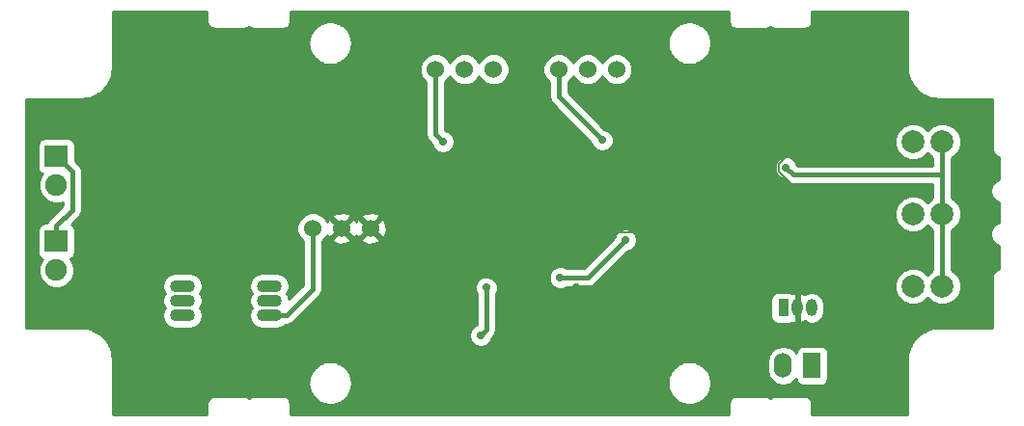
<source format=gbr>
%TF.GenerationSoftware,KiCad,Pcbnew,0.201511041201+6297~30~ubuntu15.04.1-product*%
%TF.CreationDate,2015-11-12T00:10:28+01:00*%
%TF.ProjectId,transmitter,7472616E736D69747465722E6B696361,rev?*%
%TF.FileFunction,Copper,L1,Top,Signal*%
%FSLAX46Y46*%
G04 Gerber Fmt 4.6, Leading zero omitted, Abs format (unit mm)*
G04 Created by KiCad (PCBNEW 0.201511041201+6297~30~ubuntu15.04.1-product) date czw, 12 lis 2015, 00:10:28*
%MOMM*%
G01*
G04 APERTURE LIST*
%ADD10C,0.100000*%
%ADD11C,1.998980*%
%ADD12R,2.000000X1.900000*%
%ADD13C,1.900000*%
%ADD14R,0.949960X1.498600*%
%ADD15O,0.949960X1.498600*%
%ADD16O,2.200000X1.100000*%
%ADD17C,1.524000*%
%ADD18R,1.524000X2.199640*%
%ADD19O,1.524000X2.199640*%
%ADD20C,0.711200*%
%ADD21C,0.203200*%
%ADD22C,0.406400*%
%ADD23C,0.254000*%
G04 APERTURE END LIST*
D10*
D11*
X130810000Y-109220000D03*
X133350000Y-109220000D03*
X130810000Y-102870000D03*
X133350000Y-102870000D03*
X130810000Y-96520000D03*
X133350000Y-96520000D03*
D12*
X55626000Y-105268000D03*
D13*
X55626000Y-107808000D03*
D14*
X119400320Y-111125000D03*
D15*
X120650000Y-111125000D03*
X121899680Y-111125000D03*
D16*
X66675000Y-109220000D03*
X66675000Y-110490000D03*
X66675000Y-111760000D03*
X74295000Y-111760000D03*
X74295000Y-110490000D03*
X74295000Y-109220000D03*
D17*
X102235000Y-90170000D03*
X99695000Y-90170000D03*
X104775000Y-90170000D03*
X91440000Y-90170000D03*
X88900000Y-90170000D03*
X93980000Y-90170000D03*
X80645000Y-104140000D03*
X83185000Y-104140000D03*
X78105000Y-104140000D03*
D18*
X121920000Y-116205000D03*
D19*
X119380000Y-116205000D03*
D12*
X55626000Y-97805000D03*
D13*
X55626000Y-100345000D03*
D20*
X55880000Y-112268000D03*
X104648000Y-85979000D03*
X97536000Y-86614000D03*
X93853000Y-85979000D03*
X88773000Y-86106000D03*
X85217000Y-85852000D03*
X83566000Y-92075000D03*
X83439000Y-87757000D03*
X81026000Y-95123000D03*
X80645000Y-91186000D03*
X77089000Y-95758000D03*
X75565000Y-88138000D03*
X73787000Y-92329000D03*
X72517000Y-87884000D03*
X71120000Y-92837000D03*
X68072000Y-88138000D03*
X67691000Y-91567000D03*
X62230000Y-87630000D03*
X134874000Y-99314000D03*
X136398000Y-99441000D03*
X136398000Y-95631000D03*
X133731000Y-93218000D03*
X129413000Y-93726000D03*
X128397000Y-88773000D03*
X125603000Y-93472000D03*
X124714000Y-86233000D03*
X121666000Y-91948000D03*
X120142000Y-88519000D03*
X116332000Y-94361000D03*
X116078000Y-89535000D03*
X111125000Y-93345000D03*
X116586000Y-98044000D03*
X113030000Y-100330000D03*
X117348000Y-103378000D03*
X112522000Y-104521000D03*
X116586000Y-107696000D03*
X113665000Y-108331000D03*
X115824000Y-110744000D03*
X112776000Y-111125000D03*
X130302000Y-112649000D03*
X129921000Y-117983000D03*
X128524000Y-114173000D03*
X126365000Y-119888000D03*
X124841000Y-117094000D03*
X123190000Y-119888000D03*
X122555000Y-118491000D03*
X119761000Y-118745000D03*
X115824000Y-118237000D03*
X114681000Y-116078000D03*
X112649000Y-120142000D03*
X108839000Y-120015000D03*
X106426000Y-115951000D03*
X104521000Y-119507000D03*
X102235000Y-115189000D03*
X100584000Y-119888000D03*
X98679000Y-115062000D03*
X96012000Y-114427000D03*
X96520000Y-117983000D03*
X92964000Y-119507000D03*
X91821000Y-115570000D03*
X89789000Y-118999000D03*
X88519000Y-116332000D03*
X86360000Y-119761000D03*
X85471000Y-116459000D03*
X82931000Y-117729000D03*
X82931000Y-119888000D03*
X77724000Y-119761000D03*
X76581000Y-117094000D03*
X74803000Y-118110000D03*
X71501000Y-115824000D03*
X70739000Y-117729000D03*
X68961000Y-114935000D03*
X67183000Y-117729000D03*
X66929000Y-114681000D03*
X65024000Y-117983000D03*
X63373000Y-114046000D03*
X63627000Y-116967000D03*
X61087000Y-115951000D03*
X61214000Y-112649000D03*
X59182000Y-112649000D03*
X58166000Y-110363000D03*
X56134000Y-109982000D03*
X54356000Y-110490000D03*
X53467000Y-99060000D03*
X53213000Y-95123000D03*
X54864000Y-94107000D03*
X57658000Y-94234000D03*
X59309000Y-95631000D03*
X59055000Y-97663000D03*
X58928000Y-100330000D03*
X60706000Y-99949000D03*
X61722000Y-101727000D03*
X61214000Y-103251000D03*
X59690000Y-101600000D03*
X59563000Y-104013000D03*
X63246000Y-107188000D03*
X64262000Y-110363000D03*
X62865000Y-109474000D03*
X60960000Y-106045000D03*
X62738000Y-103251000D03*
X63373000Y-105410000D03*
X64643000Y-103251000D03*
X65151000Y-107442000D03*
X66294000Y-105537000D03*
X67691000Y-107442000D03*
X69342000Y-105791000D03*
X69596000Y-108077000D03*
X69215000Y-110109000D03*
X70485000Y-110490000D03*
X71501000Y-112141000D03*
X77470000Y-113538000D03*
X80772000Y-113284000D03*
X82169000Y-111887000D03*
X82677000Y-109093000D03*
X84455000Y-110998000D03*
X86233000Y-112903000D03*
X86106000Y-109347000D03*
X91948000Y-110998000D03*
X84709000Y-98933000D03*
X62865000Y-95631000D03*
X64389000Y-95123000D03*
X65913000Y-95123000D03*
X68199000Y-95250000D03*
X68707000Y-99060000D03*
X67310000Y-98933000D03*
X65913000Y-99822000D03*
X64770000Y-100711000D03*
X63373000Y-99949000D03*
X73914000Y-102489000D03*
X74168000Y-100965000D03*
X72390000Y-98425000D03*
X70612000Y-98679000D03*
X83185000Y-98044000D03*
X83058000Y-99568000D03*
X82423000Y-101219000D03*
X89789000Y-109220000D03*
X111506000Y-98679000D03*
X111506000Y-97282000D03*
X110363000Y-96139000D03*
X109093000Y-96139000D03*
X95885000Y-96139000D03*
X97282000Y-96647000D03*
X97409000Y-98044000D03*
X97282000Y-99441000D03*
X95758000Y-99695000D03*
X90551000Y-105791000D03*
X91694000Y-105791000D03*
X95250000Y-110744000D03*
X96520000Y-109982000D03*
X97028000Y-108712000D03*
X97155000Y-107315000D03*
X100076000Y-106680000D03*
X101219000Y-109347000D03*
X103505000Y-109220000D03*
X106680000Y-109474000D03*
X105537000Y-109601000D03*
X106299000Y-111887000D03*
X108204000Y-111633000D03*
X110109000Y-110236000D03*
X111125000Y-109728000D03*
X111252000Y-108077000D03*
X110998000Y-106426000D03*
X109728000Y-105410000D03*
X108712000Y-105410000D03*
X107696000Y-105791000D03*
X96647000Y-105283000D03*
X95377000Y-105410000D03*
X94234000Y-105791000D03*
X125931931Y-104174291D03*
X135382000Y-104174291D03*
X136652000Y-103378000D03*
X136652000Y-104902000D03*
X124206000Y-100838000D03*
X125095000Y-101981000D03*
X122809000Y-98044000D03*
X121285000Y-98044000D03*
X120904000Y-94869000D03*
X122174000Y-94869000D03*
X123698000Y-95250000D03*
X122555000Y-102108000D03*
X123698000Y-96520000D03*
X119634000Y-98806000D03*
X99822000Y-108458000D03*
X105537000Y-105156000D03*
X93345000Y-109347000D03*
X92837000Y-113538000D03*
X103505000Y-96393000D03*
X89535000Y-96520000D03*
D21*
X56134000Y-109982000D02*
X56134000Y-112014000D01*
X56134000Y-112014000D02*
X55880000Y-112268000D01*
X97536000Y-86614000D02*
X98171000Y-85979000D01*
X98171000Y-85979000D02*
X104648000Y-85979000D01*
X88773000Y-86106000D02*
X93726000Y-86106000D01*
X93726000Y-86106000D02*
X93853000Y-85979000D01*
X83566000Y-92075000D02*
X85217000Y-90424000D01*
X85217000Y-90424000D02*
X85217000Y-85852000D01*
X81026000Y-95123000D02*
X81026000Y-90170000D01*
X81026000Y-90170000D02*
X83439000Y-87757000D01*
X77089000Y-95758000D02*
X77089000Y-94742000D01*
X77089000Y-94742000D02*
X80645000Y-91186000D01*
X73787000Y-92329000D02*
X73787000Y-89916000D01*
X73787000Y-89916000D02*
X75565000Y-88138000D01*
X71120000Y-92837000D02*
X71120000Y-89281000D01*
X71120000Y-89281000D02*
X72517000Y-87884000D01*
X67691000Y-91567000D02*
X67691000Y-88519000D01*
X67691000Y-88519000D02*
X68072000Y-88138000D01*
X62865000Y-95631000D02*
X62865000Y-88265000D01*
X62865000Y-88265000D02*
X62230000Y-87630000D01*
X134874000Y-99314000D02*
X134874000Y-101600000D01*
X134874000Y-101600000D02*
X136652000Y-103378000D01*
X136398000Y-95631000D02*
X136398000Y-99441000D01*
X129413000Y-93726000D02*
X129921000Y-93218000D01*
X129921000Y-93218000D02*
X133731000Y-93218000D01*
X125603000Y-93472000D02*
X128397000Y-90678000D01*
X128397000Y-90678000D02*
X128397000Y-88773000D01*
X121666000Y-91948000D02*
X124714000Y-88900000D01*
X124714000Y-88900000D02*
X124714000Y-86233000D01*
X116332000Y-94361000D02*
X120142000Y-90551000D01*
X120142000Y-90551000D02*
X120142000Y-88519000D01*
X111125000Y-93345000D02*
X112268000Y-93345000D01*
X112268000Y-93345000D02*
X116078000Y-89535000D01*
X113030000Y-100330000D02*
X114300000Y-100330000D01*
X114300000Y-100330000D02*
X116586000Y-98044000D01*
X112522000Y-104521000D02*
X116205000Y-104521000D01*
X116205000Y-104521000D02*
X117348000Y-103378000D01*
X113665000Y-108331000D02*
X115951000Y-108331000D01*
X115951000Y-108331000D02*
X116586000Y-107696000D01*
X112776000Y-111125000D02*
X113157000Y-110744000D01*
X113157000Y-110744000D02*
X115824000Y-110744000D01*
X129921000Y-117983000D02*
X130302000Y-117602000D01*
X130302000Y-117602000D02*
X130302000Y-112649000D01*
X126365000Y-119888000D02*
X128524000Y-117729000D01*
X128524000Y-117729000D02*
X128524000Y-114173000D01*
X123190000Y-119888000D02*
X124841000Y-118237000D01*
X124841000Y-118237000D02*
X124841000Y-117094000D01*
X119761000Y-118745000D02*
X122301000Y-118745000D01*
X122301000Y-118745000D02*
X122555000Y-118491000D01*
X114681000Y-116078000D02*
X114681000Y-117094000D01*
X114681000Y-117094000D02*
X115824000Y-118237000D01*
X108839000Y-120015000D02*
X112522000Y-120015000D01*
X112522000Y-120015000D02*
X112649000Y-120142000D01*
X104521000Y-119507000D02*
X106426000Y-117602000D01*
X106426000Y-117602000D02*
X106426000Y-115951000D01*
X100584000Y-119888000D02*
X102235000Y-118237000D01*
X102235000Y-118237000D02*
X102235000Y-115189000D01*
X96012000Y-114427000D02*
X96647000Y-115062000D01*
X96647000Y-115062000D02*
X98679000Y-115062000D01*
X92964000Y-119507000D02*
X94996000Y-119507000D01*
X94996000Y-119507000D02*
X96520000Y-117983000D01*
X89789000Y-118999000D02*
X89789000Y-117602000D01*
X89789000Y-117602000D02*
X91821000Y-115570000D01*
X86360000Y-119761000D02*
X86360000Y-118491000D01*
X86360000Y-118491000D02*
X88519000Y-116332000D01*
X82931000Y-117729000D02*
X84201000Y-117729000D01*
X84201000Y-117729000D02*
X85471000Y-116459000D01*
X77724000Y-119761000D02*
X82804000Y-119761000D01*
X82804000Y-119761000D02*
X82931000Y-119888000D01*
X74803000Y-118110000D02*
X75565000Y-118110000D01*
X75565000Y-118110000D02*
X76581000Y-117094000D01*
X70739000Y-117729000D02*
X71501000Y-116967000D01*
X71501000Y-116967000D02*
X71501000Y-115824000D01*
X67183000Y-117729000D02*
X68961000Y-115951000D01*
X68961000Y-115951000D02*
X68961000Y-114935000D01*
X65024000Y-117983000D02*
X65024000Y-116586000D01*
X65024000Y-116586000D02*
X66929000Y-114681000D01*
X63627000Y-116967000D02*
X63627000Y-114300000D01*
X63627000Y-114300000D02*
X63373000Y-114046000D01*
X61214000Y-112649000D02*
X61214000Y-115824000D01*
X61214000Y-115824000D02*
X61087000Y-115951000D01*
X58166000Y-110363000D02*
X58166000Y-111633000D01*
X58166000Y-111633000D02*
X59182000Y-112649000D01*
X53467000Y-99060000D02*
X53467000Y-109601000D01*
X53467000Y-109601000D02*
X54356000Y-110490000D01*
X54864000Y-94107000D02*
X54229000Y-94107000D01*
X54229000Y-94107000D02*
X53213000Y-95123000D01*
X59309000Y-95631000D02*
X57912000Y-94234000D01*
X57912000Y-94234000D02*
X57658000Y-94234000D01*
X58928000Y-100330000D02*
X58928000Y-97790000D01*
X58928000Y-97790000D02*
X59055000Y-97663000D01*
X61722000Y-101727000D02*
X61722000Y-100965000D01*
X61722000Y-100965000D02*
X60706000Y-99949000D01*
X59690000Y-101600000D02*
X61214000Y-103124000D01*
X61214000Y-103124000D02*
X61214000Y-103251000D01*
X63246000Y-107188000D02*
X62738000Y-107188000D01*
X62738000Y-107188000D02*
X59563000Y-104013000D01*
X62865000Y-109474000D02*
X63373000Y-109474000D01*
X63373000Y-109474000D02*
X64262000Y-110363000D01*
X62738000Y-103251000D02*
X62738000Y-104267000D01*
X62738000Y-104267000D02*
X60960000Y-106045000D01*
X64643000Y-103251000D02*
X64643000Y-104140000D01*
X64643000Y-104140000D02*
X63373000Y-105410000D01*
X66294000Y-105537000D02*
X66294000Y-106299000D01*
X66294000Y-106299000D02*
X65151000Y-107442000D01*
X69342000Y-105791000D02*
X67691000Y-107442000D01*
X69215000Y-110109000D02*
X69596000Y-109728000D01*
X69596000Y-109728000D02*
X69596000Y-108077000D01*
X71501000Y-112141000D02*
X71501000Y-111506000D01*
X71501000Y-111506000D02*
X70485000Y-110490000D01*
X80772000Y-113284000D02*
X77724000Y-113284000D01*
X77724000Y-113284000D02*
X77470000Y-113538000D01*
X82677000Y-109093000D02*
X82677000Y-111379000D01*
X82677000Y-111379000D02*
X82169000Y-111887000D01*
X86233000Y-112903000D02*
X84455000Y-111125000D01*
X84455000Y-111125000D02*
X84455000Y-110998000D01*
X91948000Y-110998000D02*
X87757000Y-110998000D01*
X87757000Y-110998000D02*
X86106000Y-109347000D01*
X89789000Y-109220000D02*
X91567000Y-110998000D01*
X91567000Y-110998000D02*
X91948000Y-110998000D01*
X84353401Y-98577401D02*
X84709000Y-98933000D01*
X83820000Y-98044000D02*
X84353401Y-98577401D01*
X83185000Y-98044000D02*
X83820000Y-98044000D01*
X62865000Y-95631000D02*
X63373000Y-96139000D01*
X63373000Y-96139000D02*
X63373000Y-99949000D01*
X65913000Y-95123000D02*
X64389000Y-95123000D01*
X68707000Y-99060000D02*
X68199000Y-98552000D01*
X68199000Y-98552000D02*
X68199000Y-95250000D01*
X65913000Y-99822000D02*
X66421000Y-99822000D01*
X66421000Y-99822000D02*
X67310000Y-98933000D01*
X63373000Y-99949000D02*
X64008000Y-99949000D01*
X64008000Y-99949000D02*
X64770000Y-100711000D01*
X74168000Y-100965000D02*
X74168000Y-102235000D01*
X74168000Y-102235000D02*
X73914000Y-102489000D01*
X70612000Y-98679000D02*
X72136000Y-98679000D01*
X72136000Y-98679000D02*
X72390000Y-98425000D01*
X82423000Y-101219000D02*
X82423000Y-100203000D01*
X82423000Y-100203000D02*
X83058000Y-99568000D01*
X111506000Y-97282000D02*
X111506000Y-98679000D01*
X109093000Y-96139000D02*
X110363000Y-96139000D01*
X97282000Y-96647000D02*
X96393000Y-96647000D01*
X96393000Y-96647000D02*
X95885000Y-96139000D01*
X97282000Y-99441000D02*
X97282000Y-98171000D01*
X97282000Y-98171000D02*
X97409000Y-98044000D01*
X90551000Y-105791000D02*
X90551000Y-104902000D01*
X90551000Y-104902000D02*
X95758000Y-99695000D01*
X95250000Y-110744000D02*
X95250000Y-109093000D01*
X95250000Y-109093000D02*
X91948000Y-105791000D01*
X91948000Y-105791000D02*
X91694000Y-105791000D01*
X97028000Y-108712000D02*
X97028000Y-109474000D01*
X97028000Y-109474000D02*
X96520000Y-109982000D01*
X100076000Y-106680000D02*
X99441000Y-107315000D01*
X99441000Y-107315000D02*
X97155000Y-107315000D01*
X103505000Y-109220000D02*
X101346000Y-109220000D01*
X101346000Y-109220000D02*
X101219000Y-109347000D01*
X105537000Y-109601000D02*
X106553000Y-109601000D01*
X106553000Y-109601000D02*
X106680000Y-109474000D01*
X108204000Y-111633000D02*
X106553000Y-111633000D01*
X106553000Y-111633000D02*
X106299000Y-111887000D01*
X111125000Y-109728000D02*
X110617000Y-109728000D01*
X110617000Y-109728000D02*
X110109000Y-110236000D01*
X110998000Y-106426000D02*
X110998000Y-107823000D01*
X110998000Y-107823000D02*
X111252000Y-108077000D01*
X108712000Y-105410000D02*
X109728000Y-105410000D01*
X96647000Y-105283000D02*
X97434401Y-104495599D01*
X97434401Y-104495599D02*
X106400599Y-104495599D01*
X106400599Y-104495599D02*
X107696000Y-105791000D01*
X94234000Y-105791000D02*
X94996000Y-105791000D01*
X94996000Y-105791000D02*
X95377000Y-105410000D01*
X120650000Y-111125000D02*
X120650000Y-109456222D01*
X120650000Y-109456222D02*
X125931931Y-104174291D01*
X136652000Y-104902000D02*
X136652000Y-103378000D01*
X122555000Y-102108000D02*
X123825000Y-102108000D01*
X123850401Y-102082599D02*
X123825000Y-102108000D01*
X123825000Y-102108000D02*
X124968000Y-102108000D01*
X124206000Y-100838000D02*
X123850401Y-101193599D01*
X123850401Y-101193599D02*
X123850401Y-102082599D01*
X124968000Y-102108000D02*
X125095000Y-101981000D01*
X122809000Y-98044000D02*
X122809000Y-97409000D01*
X122809000Y-97409000D02*
X123698000Y-96520000D01*
X120904000Y-94869000D02*
X120904000Y-97663000D01*
X120904000Y-97663000D02*
X121285000Y-98044000D01*
X123698000Y-95250000D02*
X122555000Y-95250000D01*
X122555000Y-95250000D02*
X122174000Y-94869000D01*
X123698000Y-96520000D02*
X120942606Y-96520000D01*
X120942606Y-96520000D02*
X118973599Y-98489007D01*
X118973599Y-98489007D02*
X118973599Y-99122993D01*
X118973599Y-99122993D02*
X121958606Y-102108000D01*
X121958606Y-102108000D02*
X122555000Y-102108000D01*
D22*
X133350000Y-99441000D02*
X133350000Y-102870000D01*
X133350000Y-96520000D02*
X133350000Y-99441000D01*
X133350000Y-99441000D02*
X120269000Y-99441000D01*
X120269000Y-99441000D02*
X119634000Y-98806000D01*
X133350000Y-109220000D02*
X133350000Y-107806508D01*
X133350000Y-107806508D02*
X133350000Y-102870000D01*
X105537000Y-105156000D02*
X102235000Y-108458000D01*
X102235000Y-108458000D02*
X99822000Y-108458000D01*
X55626000Y-105268000D02*
X55626000Y-103911600D01*
X55626000Y-103911600D02*
X57033201Y-102504399D01*
X57033201Y-99162201D02*
X55676000Y-97805000D01*
X57033201Y-102504399D02*
X57033201Y-99162201D01*
X55676000Y-97805000D02*
X55626000Y-97805000D01*
X74295000Y-111760000D02*
X75801400Y-111760000D01*
X75801400Y-111760000D02*
X78105000Y-109456400D01*
X78105000Y-109456400D02*
X78105000Y-105217630D01*
X78105000Y-105217630D02*
X78105000Y-104140000D01*
X93345000Y-109849894D02*
X93345000Y-109347000D01*
X93345000Y-113030000D02*
X93345000Y-109849894D01*
X92837000Y-113538000D02*
X93345000Y-113030000D01*
X99695000Y-90170000D02*
X99695000Y-92583000D01*
X99695000Y-92583000D02*
X103505000Y-96393000D01*
X88900000Y-90170000D02*
X88900000Y-95885000D01*
X88900000Y-95885000D02*
X89535000Y-96520000D01*
D23*
G36*
X68840142Y-85942907D02*
X68892285Y-86205045D01*
X69040774Y-86427275D01*
X69263004Y-86575764D01*
X69525142Y-86627907D01*
X72055773Y-86627907D01*
X72317911Y-86575764D01*
X72501155Y-86453325D01*
X72684399Y-86575764D01*
X72946537Y-86627907D01*
X75476614Y-86627907D01*
X75738752Y-86575764D01*
X75960982Y-86427275D01*
X76109471Y-86205045D01*
X76161614Y-85942907D01*
X76161614Y-85064659D01*
X114597074Y-85064659D01*
X114597074Y-85942907D01*
X114649217Y-86205045D01*
X114797706Y-86427275D01*
X115019936Y-86575764D01*
X115282074Y-86627907D01*
X117812154Y-86627907D01*
X118074292Y-86575764D01*
X118257536Y-86453325D01*
X118440780Y-86575764D01*
X118702918Y-86627907D01*
X121232995Y-86627907D01*
X121495133Y-86575764D01*
X121717363Y-86427275D01*
X121865852Y-86205045D01*
X121917995Y-85942907D01*
X121917995Y-85064659D01*
X130241115Y-85064659D01*
X130241115Y-89934255D01*
X130247869Y-89968210D01*
X130244540Y-90002669D01*
X130288637Y-90441987D01*
X130308673Y-90507595D01*
X130315752Y-90575829D01*
X130441981Y-90984281D01*
X130474165Y-91043746D01*
X130494157Y-91108336D01*
X130694247Y-91477649D01*
X130736499Y-91528545D01*
X130767786Y-91586831D01*
X131032923Y-91908741D01*
X131084271Y-91950729D01*
X131126271Y-92002073D01*
X131447629Y-92266657D01*
X131505866Y-92297904D01*
X131556715Y-92340117D01*
X131926027Y-92540207D01*
X131990744Y-92560238D01*
X132050331Y-92592459D01*
X132459334Y-92718688D01*
X132527395Y-92725723D01*
X132592842Y-92745719D01*
X133031610Y-92789815D01*
X133066111Y-92786486D01*
X133100109Y-92793249D01*
X137758039Y-92793249D01*
X137758039Y-97215258D01*
X137810182Y-97477396D01*
X137958671Y-97699626D01*
X138180901Y-97848115D01*
X138303000Y-97872402D01*
X138303000Y-99833677D01*
X137982336Y-99966173D01*
X137691275Y-100256726D01*
X137533560Y-100636546D01*
X137533201Y-101047809D01*
X137690253Y-101427904D01*
X137980806Y-101718965D01*
X138303000Y-101852752D01*
X138303000Y-103632027D01*
X137984876Y-103763473D01*
X137693815Y-104054026D01*
X137536100Y-104433846D01*
X137535741Y-104845109D01*
X137692793Y-105225204D01*
X137983346Y-105516265D01*
X138303000Y-105648997D01*
X138303000Y-107676679D01*
X138180901Y-107700966D01*
X137958671Y-107849455D01*
X137810182Y-108071685D01*
X137758039Y-108333823D01*
X137758039Y-112834103D01*
X133100109Y-112834103D01*
X133066111Y-112840866D01*
X133031610Y-112837537D01*
X132592842Y-112881633D01*
X132527396Y-112901628D01*
X132459332Y-112908664D01*
X132050330Y-113034894D01*
X131990742Y-113067116D01*
X131926027Y-113087146D01*
X131556715Y-113287236D01*
X131505598Y-113329672D01*
X131447088Y-113361142D01*
X131125730Y-113626278D01*
X131084185Y-113677172D01*
X131033291Y-113718717D01*
X130768154Y-114040075D01*
X130736683Y-114098585D01*
X130694247Y-114149703D01*
X130494157Y-114519016D01*
X130474165Y-114583606D01*
X130441981Y-114643071D01*
X130315752Y-115051523D01*
X130308673Y-115119757D01*
X130288637Y-115185365D01*
X130244540Y-115624684D01*
X130247869Y-115659143D01*
X130241115Y-115693098D01*
X130241115Y-120484422D01*
X121917995Y-120484422D01*
X121917995Y-119547745D01*
X121865852Y-119285607D01*
X121717363Y-119063377D01*
X121495133Y-118914888D01*
X121232995Y-118862745D01*
X118702918Y-118862745D01*
X118440780Y-118914888D01*
X118257536Y-119037327D01*
X118074292Y-118914888D01*
X117812154Y-118862745D01*
X115282074Y-118862745D01*
X115019936Y-118914888D01*
X114797706Y-119063377D01*
X114649217Y-119285607D01*
X114597074Y-119547745D01*
X114597074Y-120484422D01*
X76161614Y-120484422D01*
X76161614Y-119547745D01*
X76109471Y-119285607D01*
X75960982Y-119063377D01*
X75738752Y-118914888D01*
X75476614Y-118862745D01*
X72946537Y-118862745D01*
X72684399Y-118914888D01*
X72501155Y-119037327D01*
X72317911Y-118914888D01*
X72055773Y-118862745D01*
X69525142Y-118862745D01*
X69263004Y-118914888D01*
X69040774Y-119063377D01*
X68892285Y-119285607D01*
X68840142Y-119547745D01*
X68840142Y-120484422D01*
X60588682Y-120484422D01*
X60588682Y-117660980D01*
X77726602Y-117660980D01*
X77733210Y-117729698D01*
X77726602Y-117798416D01*
X77751692Y-118047258D01*
X77771838Y-118113120D01*
X77779032Y-118181621D01*
X77850979Y-118413389D01*
X77883158Y-118472665D01*
X77903150Y-118537081D01*
X78016990Y-118746816D01*
X78059302Y-118797704D01*
X78090652Y-118855988D01*
X78241423Y-119038724D01*
X78292309Y-119080262D01*
X78333848Y-119131149D01*
X78516584Y-119281920D01*
X78574870Y-119313271D01*
X78625757Y-119355582D01*
X78835491Y-119469423D01*
X78899908Y-119489415D01*
X78959182Y-119521593D01*
X79190951Y-119593540D01*
X79259453Y-119600734D01*
X79325315Y-119620880D01*
X79574156Y-119645970D01*
X79642874Y-119639362D01*
X79711592Y-119645970D01*
X79960434Y-119620880D01*
X80026296Y-119600734D01*
X80094797Y-119593540D01*
X80326565Y-119521593D01*
X80385841Y-119489414D01*
X80450257Y-119469422D01*
X80659992Y-119355582D01*
X80710880Y-119313270D01*
X80769164Y-119281920D01*
X80951900Y-119131149D01*
X80993438Y-119080263D01*
X81044325Y-119038724D01*
X81195096Y-118855988D01*
X81226447Y-118797702D01*
X81268758Y-118746815D01*
X81382599Y-118537081D01*
X81402591Y-118472664D01*
X81434769Y-118413390D01*
X81506716Y-118181621D01*
X81513910Y-118113119D01*
X81534056Y-118047257D01*
X81559146Y-117798416D01*
X81552538Y-117729698D01*
X81559146Y-117660980D01*
X109249822Y-117660980D01*
X109256430Y-117729698D01*
X109249822Y-117798416D01*
X109274912Y-118047258D01*
X109295058Y-118113120D01*
X109302252Y-118181621D01*
X109374199Y-118413389D01*
X109406378Y-118472665D01*
X109426370Y-118537081D01*
X109540210Y-118746816D01*
X109582522Y-118797704D01*
X109613872Y-118855988D01*
X109764643Y-119038724D01*
X109815529Y-119080262D01*
X109857069Y-119131150D01*
X110039807Y-119281922D01*
X110098089Y-119313270D01*
X110148976Y-119355582D01*
X110358710Y-119469422D01*
X110423126Y-119489414D01*
X110482402Y-119521593D01*
X110714171Y-119593540D01*
X110782673Y-119600734D01*
X110848535Y-119620880D01*
X111097376Y-119645970D01*
X111166094Y-119639362D01*
X111234812Y-119645970D01*
X111483654Y-119620880D01*
X111549517Y-119600734D01*
X111618016Y-119593540D01*
X111849786Y-119521593D01*
X111909062Y-119489415D01*
X111973480Y-119469422D01*
X112183213Y-119355582D01*
X112234102Y-119313269D01*
X112292384Y-119281920D01*
X112475120Y-119131149D01*
X112516656Y-119080265D01*
X112567544Y-119038726D01*
X112718315Y-118855990D01*
X112749666Y-118797704D01*
X112791979Y-118746815D01*
X112905820Y-118537081D01*
X112925812Y-118472664D01*
X112957990Y-118413390D01*
X113029937Y-118181621D01*
X113037131Y-118113121D01*
X113057278Y-118047255D01*
X113082367Y-117798413D01*
X113075759Y-117729698D01*
X113082367Y-117660983D01*
X113057278Y-117412141D01*
X113037131Y-117346275D01*
X113029937Y-117277775D01*
X112957990Y-117046006D01*
X112925812Y-116986732D01*
X112905820Y-116922315D01*
X112791979Y-116712581D01*
X112749666Y-116661692D01*
X112718315Y-116603406D01*
X112567544Y-116420670D01*
X112516657Y-116379131D01*
X112475121Y-116328248D01*
X112292386Y-116177476D01*
X112234102Y-116146126D01*
X112183213Y-116103813D01*
X111973480Y-115989973D01*
X111909061Y-115969980D01*
X111849783Y-115937801D01*
X111618013Y-115865855D01*
X111549515Y-115858661D01*
X111483654Y-115838516D01*
X111430861Y-115833193D01*
X117983000Y-115833193D01*
X117983000Y-116576807D01*
X118089340Y-117111416D01*
X118392172Y-117564635D01*
X118845391Y-117867467D01*
X119380000Y-117973807D01*
X119914609Y-117867467D01*
X120367828Y-117564635D01*
X120517343Y-117340870D01*
X120554838Y-117540137D01*
X120693910Y-117756261D01*
X120906110Y-117901251D01*
X121158000Y-117952260D01*
X122682000Y-117952260D01*
X122917317Y-117907982D01*
X123133441Y-117768910D01*
X123278431Y-117556710D01*
X123329440Y-117304820D01*
X123329440Y-115105180D01*
X123285162Y-114869863D01*
X123146090Y-114653739D01*
X122933890Y-114508749D01*
X122682000Y-114457740D01*
X121158000Y-114457740D01*
X120922683Y-114502018D01*
X120706559Y-114641090D01*
X120561569Y-114853290D01*
X120517740Y-115069724D01*
X120367828Y-114845365D01*
X119914609Y-114542533D01*
X119380000Y-114436193D01*
X118845391Y-114542533D01*
X118392172Y-114845365D01*
X118089340Y-115298584D01*
X117983000Y-115833193D01*
X111430861Y-115833193D01*
X111234812Y-115813426D01*
X111166094Y-115820034D01*
X111097376Y-115813426D01*
X110848535Y-115838516D01*
X110782675Y-115858661D01*
X110714174Y-115865855D01*
X110482405Y-115937801D01*
X110423127Y-115969980D01*
X110358710Y-115989973D01*
X110148976Y-116103813D01*
X110098087Y-116146126D01*
X110039805Y-116177475D01*
X109857068Y-116328247D01*
X109815530Y-116379134D01*
X109764643Y-116420672D01*
X109613872Y-116603408D01*
X109582522Y-116661692D01*
X109540210Y-116712580D01*
X109426370Y-116922315D01*
X109406378Y-116986731D01*
X109374199Y-117046007D01*
X109302252Y-117277775D01*
X109295058Y-117346276D01*
X109274912Y-117412138D01*
X109249822Y-117660980D01*
X81559146Y-117660980D01*
X81534056Y-117412139D01*
X81513910Y-117346277D01*
X81506716Y-117277775D01*
X81434769Y-117046006D01*
X81402591Y-116986732D01*
X81382599Y-116922315D01*
X81268758Y-116712581D01*
X81226447Y-116661694D01*
X81195096Y-116603408D01*
X81044325Y-116420672D01*
X80993439Y-116379133D01*
X80951901Y-116328248D01*
X80769166Y-116177476D01*
X80710880Y-116146125D01*
X80659992Y-116103813D01*
X80450257Y-115989973D01*
X80385842Y-115969981D01*
X80326563Y-115937801D01*
X80094794Y-115865855D01*
X80026294Y-115858661D01*
X79960434Y-115838516D01*
X79711592Y-115813426D01*
X79642874Y-115820034D01*
X79574156Y-115813426D01*
X79325315Y-115838516D01*
X79259455Y-115858661D01*
X79190954Y-115865855D01*
X78959185Y-115937801D01*
X78899909Y-115969979D01*
X78835491Y-115989972D01*
X78625757Y-116103813D01*
X78574868Y-116146126D01*
X78516582Y-116177477D01*
X78333846Y-116328248D01*
X78292307Y-116379136D01*
X78241423Y-116420672D01*
X78090652Y-116603408D01*
X78059302Y-116661692D01*
X78016990Y-116712580D01*
X77903150Y-116922315D01*
X77883158Y-116986731D01*
X77850979Y-117046007D01*
X77779032Y-117277775D01*
X77771838Y-117346276D01*
X77751692Y-117412138D01*
X77726602Y-117660980D01*
X60588682Y-117660980D01*
X60588682Y-115693098D01*
X60582011Y-115659560D01*
X60585341Y-115625529D01*
X60541794Y-115186210D01*
X60521596Y-115119776D01*
X60514345Y-115050717D01*
X60387565Y-114642266D01*
X60355696Y-114583555D01*
X60336015Y-114519710D01*
X60136474Y-114150397D01*
X60093849Y-114098932D01*
X60062195Y-114040079D01*
X59809815Y-113734178D01*
X91846228Y-113734178D01*
X91996721Y-114098397D01*
X92275138Y-114377300D01*
X92639093Y-114528428D01*
X93033178Y-114528772D01*
X93397397Y-114378279D01*
X93676300Y-114099862D01*
X93827428Y-113735907D01*
X93827431Y-113732963D01*
X93937697Y-113622697D01*
X94019899Y-113499673D01*
X94119396Y-113350765D01*
X94183200Y-113030000D01*
X94183200Y-110375700D01*
X118277900Y-110375700D01*
X118277900Y-111874300D01*
X118322178Y-112109617D01*
X118461250Y-112325741D01*
X118673450Y-112470731D01*
X118925340Y-112521740D01*
X119875300Y-112521740D01*
X120110617Y-112477462D01*
X120222833Y-112405253D01*
X120352065Y-112468568D01*
X120523000Y-112342034D01*
X120523000Y-111252000D01*
X120522740Y-111252000D01*
X120522740Y-110998000D01*
X120523000Y-110998000D01*
X120523000Y-109907966D01*
X120777000Y-109907966D01*
X120777000Y-110998000D01*
X120789700Y-110998000D01*
X120789700Y-111252000D01*
X120777000Y-111252000D01*
X120777000Y-112342034D01*
X120947935Y-112468568D01*
X121266344Y-112312569D01*
X121474909Y-112451928D01*
X121899680Y-112536420D01*
X122324451Y-112451928D01*
X122684554Y-112211314D01*
X122925168Y-111851211D01*
X123009660Y-111426440D01*
X123009660Y-110823560D01*
X122925168Y-110398789D01*
X122684554Y-110038686D01*
X122324451Y-109798072D01*
X121899680Y-109713580D01*
X121474909Y-109798072D01*
X121266344Y-109937431D01*
X120947935Y-109781432D01*
X120777000Y-109907966D01*
X120523000Y-109907966D01*
X120352065Y-109781432D01*
X120222942Y-109844694D01*
X120127190Y-109779269D01*
X119875300Y-109728260D01*
X118925340Y-109728260D01*
X118690023Y-109772538D01*
X118473899Y-109911610D01*
X118328909Y-110123810D01*
X118277900Y-110375700D01*
X94183200Y-110375700D01*
X94183200Y-109909960D01*
X94184300Y-109908862D01*
X94335428Y-109544907D01*
X94335772Y-109150822D01*
X94185279Y-108786603D01*
X94053085Y-108654178D01*
X98831228Y-108654178D01*
X98981721Y-109018397D01*
X99260138Y-109297300D01*
X99624093Y-109448428D01*
X100018178Y-109448772D01*
X100382397Y-109298279D01*
X100384480Y-109296200D01*
X102235000Y-109296200D01*
X102555766Y-109232396D01*
X102827697Y-109050697D01*
X105731623Y-106146771D01*
X105733178Y-106146772D01*
X106097397Y-105996279D01*
X106376300Y-105717862D01*
X106527428Y-105353907D01*
X106527772Y-104959822D01*
X106377279Y-104595603D01*
X106098862Y-104316700D01*
X105734907Y-104165572D01*
X105340822Y-104165228D01*
X104976603Y-104315721D01*
X104697700Y-104594138D01*
X104546572Y-104958093D01*
X104546569Y-104961037D01*
X101887806Y-107619800D01*
X100384960Y-107619800D01*
X100383862Y-107618700D01*
X100019907Y-107467572D01*
X99625822Y-107467228D01*
X99261603Y-107617721D01*
X98982700Y-107896138D01*
X98831572Y-108260093D01*
X98831228Y-108654178D01*
X94053085Y-108654178D01*
X93906862Y-108507700D01*
X93542907Y-108356572D01*
X93148822Y-108356228D01*
X92784603Y-108506721D01*
X92505700Y-108785138D01*
X92354572Y-109149093D01*
X92354228Y-109543178D01*
X92504721Y-109907397D01*
X92506800Y-109909480D01*
X92506800Y-112602605D01*
X92276603Y-112697721D01*
X91997700Y-112976138D01*
X91846572Y-113340093D01*
X91846228Y-113734178D01*
X59809815Y-113734178D01*
X59797062Y-113718721D01*
X59745947Y-113676994D01*
X59704174Y-113625910D01*
X59382263Y-113360774D01*
X59323975Y-113329487D01*
X59273081Y-113287236D01*
X58903768Y-113087146D01*
X58839179Y-113067154D01*
X58779715Y-113034971D01*
X58371264Y-112908741D01*
X58303030Y-112901661D01*
X58237420Y-112881625D01*
X57798101Y-112837528D01*
X57763642Y-112840857D01*
X57729687Y-112834103D01*
X52949389Y-112834103D01*
X52949389Y-96855000D01*
X53978560Y-96855000D01*
X53978560Y-98755000D01*
X54022838Y-98990317D01*
X54161910Y-99206441D01*
X54374110Y-99351431D01*
X54377192Y-99352055D01*
X54283086Y-99445997D01*
X54041276Y-100028341D01*
X54040725Y-100658893D01*
X54281519Y-101241657D01*
X54726997Y-101687914D01*
X55309341Y-101929724D01*
X55939893Y-101930275D01*
X56195001Y-101824866D01*
X56195001Y-102157205D01*
X55033303Y-103318903D01*
X54851604Y-103590834D01*
X54835746Y-103670560D01*
X54626000Y-103670560D01*
X54390683Y-103714838D01*
X54174559Y-103853910D01*
X54029569Y-104066110D01*
X53978560Y-104318000D01*
X53978560Y-106218000D01*
X54022838Y-106453317D01*
X54161910Y-106669441D01*
X54374110Y-106814431D01*
X54377192Y-106815055D01*
X54283086Y-106908997D01*
X54041276Y-107491341D01*
X54040725Y-108121893D01*
X54281519Y-108704657D01*
X54726997Y-109150914D01*
X55309341Y-109392724D01*
X55939893Y-109393275D01*
X56359249Y-109220000D01*
X64906009Y-109220000D01*
X64996212Y-109673480D01*
X65117499Y-109855000D01*
X64996212Y-110036520D01*
X64906009Y-110490000D01*
X64996212Y-110943480D01*
X65117499Y-111125000D01*
X64996212Y-111306520D01*
X64906009Y-111760000D01*
X64996212Y-112213480D01*
X65253087Y-112597922D01*
X65637529Y-112854797D01*
X66091009Y-112945000D01*
X67258991Y-112945000D01*
X67712471Y-112854797D01*
X68096913Y-112597922D01*
X68353788Y-112213480D01*
X68443991Y-111760000D01*
X68353788Y-111306520D01*
X68232501Y-111125000D01*
X68353788Y-110943480D01*
X68443991Y-110490000D01*
X68353788Y-110036520D01*
X68232501Y-109855000D01*
X68353788Y-109673480D01*
X68443991Y-109220000D01*
X72526009Y-109220000D01*
X72616212Y-109673480D01*
X72737499Y-109855000D01*
X72616212Y-110036520D01*
X72526009Y-110490000D01*
X72616212Y-110943480D01*
X72737499Y-111125000D01*
X72616212Y-111306520D01*
X72526009Y-111760000D01*
X72616212Y-112213480D01*
X72873087Y-112597922D01*
X73257529Y-112854797D01*
X73711009Y-112945000D01*
X74878991Y-112945000D01*
X75332471Y-112854797D01*
X75716497Y-112598200D01*
X75801400Y-112598200D01*
X76122166Y-112534396D01*
X76394097Y-112352697D01*
X78697697Y-110049097D01*
X78879396Y-109777166D01*
X78943200Y-109456400D01*
X78943200Y-105277197D01*
X79100458Y-105120213D01*
X79844392Y-105120213D01*
X79913857Y-105362397D01*
X80437302Y-105549144D01*
X80992368Y-105521362D01*
X81376143Y-105362397D01*
X81445608Y-105120213D01*
X82384392Y-105120213D01*
X82453857Y-105362397D01*
X82977302Y-105549144D01*
X83532368Y-105521362D01*
X83916143Y-105362397D01*
X83985608Y-105120213D01*
X83185000Y-104319605D01*
X82384392Y-105120213D01*
X81445608Y-105120213D01*
X80645000Y-104319605D01*
X79844392Y-105120213D01*
X79100458Y-105120213D01*
X79288629Y-104932370D01*
X79368395Y-104740273D01*
X79422603Y-104871143D01*
X79664787Y-104940608D01*
X80465395Y-104140000D01*
X80824605Y-104140000D01*
X81625213Y-104940608D01*
X81867397Y-104871143D01*
X81911453Y-104747656D01*
X81962603Y-104871143D01*
X82204787Y-104940608D01*
X83005395Y-104140000D01*
X83364605Y-104140000D01*
X84165213Y-104940608D01*
X84407397Y-104871143D01*
X84594144Y-104347698D01*
X84566362Y-103792632D01*
X84407397Y-103408857D01*
X84165213Y-103339392D01*
X83364605Y-104140000D01*
X83005395Y-104140000D01*
X82204787Y-103339392D01*
X81962603Y-103408857D01*
X81918547Y-103532344D01*
X81867397Y-103408857D01*
X81625213Y-103339392D01*
X80824605Y-104140000D01*
X80465395Y-104140000D01*
X79664787Y-103339392D01*
X79422603Y-103408857D01*
X79372491Y-103549318D01*
X79290010Y-103349697D01*
X79100432Y-103159787D01*
X79844392Y-103159787D01*
X80645000Y-103960395D01*
X81445608Y-103159787D01*
X82384392Y-103159787D01*
X83185000Y-103960395D01*
X83985608Y-103159787D01*
X83916143Y-102917603D01*
X83392698Y-102730856D01*
X82837632Y-102758638D01*
X82453857Y-102917603D01*
X82384392Y-103159787D01*
X81445608Y-103159787D01*
X81376143Y-102917603D01*
X80852698Y-102730856D01*
X80297632Y-102758638D01*
X79913857Y-102917603D01*
X79844392Y-103159787D01*
X79100432Y-103159787D01*
X78897370Y-102956371D01*
X78384100Y-102743243D01*
X77828339Y-102742758D01*
X77314697Y-102954990D01*
X76921371Y-103347630D01*
X76708243Y-103860900D01*
X76707758Y-104416661D01*
X76919990Y-104930303D01*
X77266800Y-105277719D01*
X77266800Y-109109206D01*
X76034461Y-110341545D01*
X75973788Y-110036520D01*
X75852501Y-109855000D01*
X75973788Y-109673480D01*
X76063991Y-109220000D01*
X75973788Y-108766520D01*
X75716913Y-108382078D01*
X75332471Y-108125203D01*
X74878991Y-108035000D01*
X73711009Y-108035000D01*
X73257529Y-108125203D01*
X72873087Y-108382078D01*
X72616212Y-108766520D01*
X72526009Y-109220000D01*
X68443991Y-109220000D01*
X68353788Y-108766520D01*
X68096913Y-108382078D01*
X67712471Y-108125203D01*
X67258991Y-108035000D01*
X66091009Y-108035000D01*
X65637529Y-108125203D01*
X65253087Y-108382078D01*
X64996212Y-108766520D01*
X64906009Y-109220000D01*
X56359249Y-109220000D01*
X56522657Y-109152481D01*
X56968914Y-108707003D01*
X57210724Y-108124659D01*
X57211275Y-107494107D01*
X56970481Y-106911343D01*
X56872971Y-106813663D01*
X57077441Y-106682090D01*
X57222431Y-106469890D01*
X57273440Y-106218000D01*
X57273440Y-104318000D01*
X57229162Y-104082683D01*
X57090090Y-103866559D01*
X56951280Y-103771714D01*
X57625898Y-103097096D01*
X57807597Y-102825164D01*
X57871401Y-102504399D01*
X57871401Y-99162201D01*
X57840508Y-99006890D01*
X57839571Y-99002178D01*
X118643228Y-99002178D01*
X118793721Y-99366397D01*
X119072138Y-99645300D01*
X119436093Y-99796428D01*
X119439037Y-99796431D01*
X119676303Y-100033697D01*
X119948235Y-100215396D01*
X120269000Y-100279200D01*
X132511800Y-100279200D01*
X132511800Y-101447816D01*
X132425345Y-101483538D01*
X132079801Y-101828480D01*
X131737073Y-101485154D01*
X131136547Y-101235794D01*
X130486306Y-101235226D01*
X129885345Y-101483538D01*
X129425154Y-101942927D01*
X129175794Y-102543453D01*
X129175226Y-103193694D01*
X129423538Y-103794655D01*
X129882927Y-104254846D01*
X130483453Y-104504206D01*
X131133694Y-104504774D01*
X131734655Y-104256462D01*
X132080199Y-103911520D01*
X132422927Y-104254846D01*
X132511800Y-104291749D01*
X132511800Y-107797816D01*
X132425345Y-107833538D01*
X132079801Y-108178480D01*
X131737073Y-107835154D01*
X131136547Y-107585794D01*
X130486306Y-107585226D01*
X129885345Y-107833538D01*
X129425154Y-108292927D01*
X129175794Y-108893453D01*
X129175226Y-109543694D01*
X129423538Y-110144655D01*
X129882927Y-110604846D01*
X130483453Y-110854206D01*
X131133694Y-110854774D01*
X131734655Y-110606462D01*
X132080199Y-110261520D01*
X132422927Y-110604846D01*
X133023453Y-110854206D01*
X133673694Y-110854774D01*
X134274655Y-110606462D01*
X134734846Y-110147073D01*
X134984206Y-109546547D01*
X134984774Y-108896306D01*
X134736462Y-108295345D01*
X134277073Y-107835154D01*
X134188200Y-107798251D01*
X134188200Y-104292184D01*
X134274655Y-104256462D01*
X134734846Y-103797073D01*
X134984206Y-103196547D01*
X134984774Y-102546306D01*
X134736462Y-101945345D01*
X134277073Y-101485154D01*
X134188200Y-101448251D01*
X134188200Y-97942184D01*
X134274655Y-97906462D01*
X134734846Y-97447073D01*
X134984206Y-96846547D01*
X134984774Y-96196306D01*
X134736462Y-95595345D01*
X134277073Y-95135154D01*
X133676547Y-94885794D01*
X133026306Y-94885226D01*
X132425345Y-95133538D01*
X132079801Y-95478480D01*
X131737073Y-95135154D01*
X131136547Y-94885794D01*
X130486306Y-94885226D01*
X129885345Y-95133538D01*
X129425154Y-95592927D01*
X129175794Y-96193453D01*
X129175226Y-96843694D01*
X129423538Y-97444655D01*
X129882927Y-97904846D01*
X130483453Y-98154206D01*
X131133694Y-98154774D01*
X131734655Y-97906462D01*
X132080199Y-97561520D01*
X132422927Y-97904846D01*
X132511800Y-97941749D01*
X132511800Y-98602800D01*
X120621871Y-98602800D01*
X120474279Y-98245603D01*
X120195862Y-97966700D01*
X119831907Y-97815572D01*
X119437822Y-97815228D01*
X119073603Y-97965721D01*
X118794700Y-98244138D01*
X118643572Y-98608093D01*
X118643228Y-99002178D01*
X57839571Y-99002178D01*
X57807597Y-98841435D01*
X57625898Y-98569504D01*
X57273440Y-98217046D01*
X57273440Y-96855000D01*
X57229162Y-96619683D01*
X57090090Y-96403559D01*
X56877890Y-96258569D01*
X56626000Y-96207560D01*
X54626000Y-96207560D01*
X54390683Y-96251838D01*
X54174559Y-96390910D01*
X54029569Y-96603110D01*
X53978560Y-96855000D01*
X52949389Y-96855000D01*
X52949389Y-92793249D01*
X57729687Y-92793249D01*
X57763642Y-92786495D01*
X57798101Y-92789824D01*
X58237420Y-92745727D01*
X58303028Y-92725691D01*
X58371262Y-92718612D01*
X58779713Y-92592383D01*
X58839178Y-92560199D01*
X58903768Y-92540207D01*
X59273081Y-92340117D01*
X59323709Y-92298088D01*
X59381722Y-92267024D01*
X59703633Y-92002440D01*
X59745858Y-91950910D01*
X59797430Y-91908738D01*
X60062563Y-91586827D01*
X60094033Y-91528198D01*
X60136474Y-91476955D01*
X60336015Y-91107642D01*
X60355696Y-91043797D01*
X60387565Y-90985086D01*
X60514345Y-90576635D01*
X60521596Y-90507576D01*
X60540116Y-90446661D01*
X87502758Y-90446661D01*
X87714990Y-90960303D01*
X88061800Y-91307719D01*
X88061800Y-95885000D01*
X88125604Y-96205766D01*
X88307303Y-96477697D01*
X88544229Y-96714623D01*
X88544228Y-96716178D01*
X88694721Y-97080397D01*
X88973138Y-97359300D01*
X89337093Y-97510428D01*
X89731178Y-97510772D01*
X90095397Y-97360279D01*
X90374300Y-97081862D01*
X90525428Y-96717907D01*
X90525772Y-96323822D01*
X90375279Y-95959603D01*
X90096862Y-95680700D01*
X89738200Y-95531770D01*
X89738200Y-91307197D01*
X90083629Y-90962370D01*
X90169949Y-90754488D01*
X90254990Y-90960303D01*
X90647630Y-91353629D01*
X91160900Y-91566757D01*
X91716661Y-91567242D01*
X92230303Y-91355010D01*
X92623629Y-90962370D01*
X92709949Y-90754488D01*
X92794990Y-90960303D01*
X93187630Y-91353629D01*
X93700900Y-91566757D01*
X94256661Y-91567242D01*
X94770303Y-91355010D01*
X95163629Y-90962370D01*
X95376757Y-90449100D01*
X95376759Y-90446661D01*
X98297758Y-90446661D01*
X98509990Y-90960303D01*
X98856800Y-91307719D01*
X98856800Y-92583000D01*
X98920604Y-92903766D01*
X99102303Y-93175697D01*
X102514229Y-96587623D01*
X102514228Y-96589178D01*
X102664721Y-96953397D01*
X102943138Y-97232300D01*
X103307093Y-97383428D01*
X103701178Y-97383772D01*
X104065397Y-97233279D01*
X104344300Y-96954862D01*
X104495428Y-96590907D01*
X104495772Y-96196822D01*
X104345279Y-95832603D01*
X104066862Y-95553700D01*
X103702907Y-95402572D01*
X103699963Y-95402569D01*
X100533200Y-92235806D01*
X100533200Y-91307197D01*
X100878629Y-90962370D01*
X100964949Y-90754488D01*
X101049990Y-90960303D01*
X101442630Y-91353629D01*
X101955900Y-91566757D01*
X102511661Y-91567242D01*
X103025303Y-91355010D01*
X103418629Y-90962370D01*
X103504949Y-90754488D01*
X103589990Y-90960303D01*
X103982630Y-91353629D01*
X104495900Y-91566757D01*
X105051661Y-91567242D01*
X105565303Y-91355010D01*
X105958629Y-90962370D01*
X106171757Y-90449100D01*
X106172242Y-89893339D01*
X105960010Y-89379697D01*
X105567370Y-88986371D01*
X105054100Y-88773243D01*
X104498339Y-88772758D01*
X103984697Y-88984990D01*
X103591371Y-89377630D01*
X103505051Y-89585512D01*
X103420010Y-89379697D01*
X103027370Y-88986371D01*
X102514100Y-88773243D01*
X101958339Y-88772758D01*
X101444697Y-88984990D01*
X101051371Y-89377630D01*
X100965051Y-89585512D01*
X100880010Y-89379697D01*
X100487370Y-88986371D01*
X99974100Y-88773243D01*
X99418339Y-88772758D01*
X98904697Y-88984990D01*
X98511371Y-89377630D01*
X98298243Y-89890900D01*
X98297758Y-90446661D01*
X95376759Y-90446661D01*
X95377242Y-89893339D01*
X95165010Y-89379697D01*
X94772370Y-88986371D01*
X94259100Y-88773243D01*
X93703339Y-88772758D01*
X93189697Y-88984990D01*
X92796371Y-89377630D01*
X92710051Y-89585512D01*
X92625010Y-89379697D01*
X92232370Y-88986371D01*
X91719100Y-88773243D01*
X91163339Y-88772758D01*
X90649697Y-88984990D01*
X90256371Y-89377630D01*
X90170051Y-89585512D01*
X90085010Y-89379697D01*
X89692370Y-88986371D01*
X89179100Y-88773243D01*
X88623339Y-88772758D01*
X88109697Y-88984990D01*
X87716371Y-89377630D01*
X87503243Y-89890900D01*
X87502758Y-90446661D01*
X60540116Y-90446661D01*
X60541794Y-90441142D01*
X60585341Y-90001824D01*
X60582011Y-89967793D01*
X60588682Y-89934255D01*
X60588682Y-87798067D01*
X77726602Y-87798067D01*
X77733210Y-87866785D01*
X77726602Y-87935503D01*
X77751692Y-88184345D01*
X77771838Y-88250208D01*
X77779032Y-88318707D01*
X77850979Y-88550477D01*
X77883157Y-88609753D01*
X77903150Y-88674171D01*
X78016990Y-88883904D01*
X78059303Y-88934793D01*
X78090652Y-88993075D01*
X78241423Y-89175811D01*
X78292307Y-89217347D01*
X78333846Y-89268235D01*
X78516582Y-89419006D01*
X78574868Y-89450357D01*
X78625757Y-89492670D01*
X78835491Y-89606511D01*
X78899908Y-89626503D01*
X78959182Y-89658681D01*
X79190951Y-89730628D01*
X79259451Y-89737822D01*
X79325317Y-89757969D01*
X79574159Y-89783058D01*
X79642874Y-89776450D01*
X79711590Y-89783058D01*
X79960431Y-89757969D01*
X80026297Y-89737822D01*
X80094797Y-89730628D01*
X80326565Y-89658681D01*
X80385841Y-89626502D01*
X80450257Y-89606510D01*
X80659992Y-89492670D01*
X80710880Y-89450358D01*
X80769166Y-89419007D01*
X80951901Y-89268235D01*
X80993439Y-89217350D01*
X81044325Y-89175811D01*
X81195096Y-88993075D01*
X81226445Y-88934794D01*
X81268758Y-88883904D01*
X81382598Y-88674170D01*
X81402591Y-88609753D01*
X81434769Y-88550477D01*
X81506716Y-88318707D01*
X81513910Y-88250207D01*
X81534056Y-88184344D01*
X81559146Y-87935503D01*
X81552538Y-87866785D01*
X81559146Y-87798067D01*
X109249822Y-87798067D01*
X109256430Y-87866785D01*
X109249822Y-87935503D01*
X109274912Y-88184345D01*
X109295058Y-88250208D01*
X109302252Y-88318707D01*
X109374199Y-88550477D01*
X109406377Y-88609753D01*
X109426370Y-88674171D01*
X109540210Y-88883904D01*
X109582523Y-88934793D01*
X109613872Y-88993075D01*
X109764643Y-89175811D01*
X109815530Y-89217349D01*
X109857068Y-89268236D01*
X110039805Y-89419008D01*
X110098087Y-89450357D01*
X110148976Y-89492670D01*
X110358710Y-89606510D01*
X110423126Y-89626502D01*
X110482402Y-89658681D01*
X110714171Y-89730628D01*
X110782671Y-89737822D01*
X110848537Y-89757969D01*
X111097379Y-89783058D01*
X111166094Y-89776450D01*
X111234810Y-89783058D01*
X111483651Y-89757969D01*
X111549518Y-89737822D01*
X111618016Y-89730628D01*
X111849786Y-89658681D01*
X111909062Y-89626503D01*
X111973480Y-89606510D01*
X112183213Y-89492670D01*
X112234102Y-89450357D01*
X112292386Y-89419007D01*
X112475121Y-89268235D01*
X112516657Y-89217352D01*
X112567544Y-89175813D01*
X112718315Y-88993077D01*
X112749664Y-88934795D01*
X112791979Y-88883904D01*
X112905819Y-88674170D01*
X112925812Y-88609753D01*
X112957990Y-88550477D01*
X113029937Y-88318707D01*
X113037131Y-88250209D01*
X113057278Y-88184342D01*
X113082367Y-87935500D01*
X113075759Y-87866785D01*
X113082367Y-87798070D01*
X113057278Y-87549228D01*
X113037131Y-87483362D01*
X113029937Y-87414862D01*
X112957990Y-87183093D01*
X112925812Y-87123819D01*
X112905820Y-87059402D01*
X112791979Y-86849668D01*
X112749666Y-86798779D01*
X112718315Y-86740493D01*
X112567544Y-86557757D01*
X112516656Y-86516218D01*
X112475120Y-86465334D01*
X112292384Y-86314563D01*
X112234102Y-86283214D01*
X112183213Y-86240901D01*
X111973480Y-86127061D01*
X111909062Y-86107068D01*
X111849786Y-86074890D01*
X111618016Y-86002943D01*
X111549517Y-85995749D01*
X111483654Y-85975603D01*
X111234812Y-85950513D01*
X111166094Y-85957121D01*
X111097376Y-85950513D01*
X110848535Y-85975603D01*
X110782673Y-85995749D01*
X110714171Y-86002943D01*
X110482402Y-86074890D01*
X110423126Y-86107069D01*
X110358710Y-86127061D01*
X110148976Y-86240901D01*
X110098089Y-86283213D01*
X110039807Y-86314561D01*
X109857069Y-86465333D01*
X109815529Y-86516221D01*
X109764643Y-86557759D01*
X109613872Y-86740495D01*
X109582522Y-86798779D01*
X109540210Y-86849667D01*
X109426370Y-87059402D01*
X109406378Y-87123818D01*
X109374199Y-87183094D01*
X109302252Y-87414862D01*
X109295058Y-87483363D01*
X109274912Y-87549225D01*
X109249822Y-87798067D01*
X81559146Y-87798067D01*
X81534056Y-87549226D01*
X81513910Y-87483364D01*
X81506716Y-87414862D01*
X81434769Y-87183093D01*
X81402591Y-87123819D01*
X81382599Y-87059402D01*
X81268758Y-86849668D01*
X81226447Y-86798781D01*
X81195096Y-86740495D01*
X81044325Y-86557759D01*
X80993438Y-86516220D01*
X80951900Y-86465334D01*
X80769164Y-86314563D01*
X80710880Y-86283213D01*
X80659992Y-86240901D01*
X80450257Y-86127061D01*
X80385841Y-86107069D01*
X80326565Y-86074890D01*
X80094797Y-86002943D01*
X80026296Y-85995749D01*
X79960434Y-85975603D01*
X79711592Y-85950513D01*
X79642874Y-85957121D01*
X79574156Y-85950513D01*
X79325315Y-85975603D01*
X79259453Y-85995749D01*
X79190951Y-86002943D01*
X78959182Y-86074890D01*
X78899908Y-86107068D01*
X78835491Y-86127060D01*
X78625757Y-86240901D01*
X78574870Y-86283212D01*
X78516584Y-86314563D01*
X78333848Y-86465334D01*
X78292309Y-86516221D01*
X78241423Y-86557759D01*
X78090652Y-86740495D01*
X78059302Y-86798779D01*
X78016990Y-86849667D01*
X77903150Y-87059402D01*
X77883158Y-87123818D01*
X77850979Y-87183094D01*
X77779032Y-87414862D01*
X77771838Y-87483363D01*
X77751692Y-87549225D01*
X77726602Y-87798067D01*
X60588682Y-87798067D01*
X60588682Y-85064659D01*
X68840142Y-85064659D01*
X68840142Y-85942907D01*
X68840142Y-85942907D01*
G37*
X68840142Y-85942907D02*
X68892285Y-86205045D01*
X69040774Y-86427275D01*
X69263004Y-86575764D01*
X69525142Y-86627907D01*
X72055773Y-86627907D01*
X72317911Y-86575764D01*
X72501155Y-86453325D01*
X72684399Y-86575764D01*
X72946537Y-86627907D01*
X75476614Y-86627907D01*
X75738752Y-86575764D01*
X75960982Y-86427275D01*
X76109471Y-86205045D01*
X76161614Y-85942907D01*
X76161614Y-85064659D01*
X114597074Y-85064659D01*
X114597074Y-85942907D01*
X114649217Y-86205045D01*
X114797706Y-86427275D01*
X115019936Y-86575764D01*
X115282074Y-86627907D01*
X117812154Y-86627907D01*
X118074292Y-86575764D01*
X118257536Y-86453325D01*
X118440780Y-86575764D01*
X118702918Y-86627907D01*
X121232995Y-86627907D01*
X121495133Y-86575764D01*
X121717363Y-86427275D01*
X121865852Y-86205045D01*
X121917995Y-85942907D01*
X121917995Y-85064659D01*
X130241115Y-85064659D01*
X130241115Y-89934255D01*
X130247869Y-89968210D01*
X130244540Y-90002669D01*
X130288637Y-90441987D01*
X130308673Y-90507595D01*
X130315752Y-90575829D01*
X130441981Y-90984281D01*
X130474165Y-91043746D01*
X130494157Y-91108336D01*
X130694247Y-91477649D01*
X130736499Y-91528545D01*
X130767786Y-91586831D01*
X131032923Y-91908741D01*
X131084271Y-91950729D01*
X131126271Y-92002073D01*
X131447629Y-92266657D01*
X131505866Y-92297904D01*
X131556715Y-92340117D01*
X131926027Y-92540207D01*
X131990744Y-92560238D01*
X132050331Y-92592459D01*
X132459334Y-92718688D01*
X132527395Y-92725723D01*
X132592842Y-92745719D01*
X133031610Y-92789815D01*
X133066111Y-92786486D01*
X133100109Y-92793249D01*
X137758039Y-92793249D01*
X137758039Y-97215258D01*
X137810182Y-97477396D01*
X137958671Y-97699626D01*
X138180901Y-97848115D01*
X138303000Y-97872402D01*
X138303000Y-99833677D01*
X137982336Y-99966173D01*
X137691275Y-100256726D01*
X137533560Y-100636546D01*
X137533201Y-101047809D01*
X137690253Y-101427904D01*
X137980806Y-101718965D01*
X138303000Y-101852752D01*
X138303000Y-103632027D01*
X137984876Y-103763473D01*
X137693815Y-104054026D01*
X137536100Y-104433846D01*
X137535741Y-104845109D01*
X137692793Y-105225204D01*
X137983346Y-105516265D01*
X138303000Y-105648997D01*
X138303000Y-107676679D01*
X138180901Y-107700966D01*
X137958671Y-107849455D01*
X137810182Y-108071685D01*
X137758039Y-108333823D01*
X137758039Y-112834103D01*
X133100109Y-112834103D01*
X133066111Y-112840866D01*
X133031610Y-112837537D01*
X132592842Y-112881633D01*
X132527396Y-112901628D01*
X132459332Y-112908664D01*
X132050330Y-113034894D01*
X131990742Y-113067116D01*
X131926027Y-113087146D01*
X131556715Y-113287236D01*
X131505598Y-113329672D01*
X131447088Y-113361142D01*
X131125730Y-113626278D01*
X131084185Y-113677172D01*
X131033291Y-113718717D01*
X130768154Y-114040075D01*
X130736683Y-114098585D01*
X130694247Y-114149703D01*
X130494157Y-114519016D01*
X130474165Y-114583606D01*
X130441981Y-114643071D01*
X130315752Y-115051523D01*
X130308673Y-115119757D01*
X130288637Y-115185365D01*
X130244540Y-115624684D01*
X130247869Y-115659143D01*
X130241115Y-115693098D01*
X130241115Y-120484422D01*
X121917995Y-120484422D01*
X121917995Y-119547745D01*
X121865852Y-119285607D01*
X121717363Y-119063377D01*
X121495133Y-118914888D01*
X121232995Y-118862745D01*
X118702918Y-118862745D01*
X118440780Y-118914888D01*
X118257536Y-119037327D01*
X118074292Y-118914888D01*
X117812154Y-118862745D01*
X115282074Y-118862745D01*
X115019936Y-118914888D01*
X114797706Y-119063377D01*
X114649217Y-119285607D01*
X114597074Y-119547745D01*
X114597074Y-120484422D01*
X76161614Y-120484422D01*
X76161614Y-119547745D01*
X76109471Y-119285607D01*
X75960982Y-119063377D01*
X75738752Y-118914888D01*
X75476614Y-118862745D01*
X72946537Y-118862745D01*
X72684399Y-118914888D01*
X72501155Y-119037327D01*
X72317911Y-118914888D01*
X72055773Y-118862745D01*
X69525142Y-118862745D01*
X69263004Y-118914888D01*
X69040774Y-119063377D01*
X68892285Y-119285607D01*
X68840142Y-119547745D01*
X68840142Y-120484422D01*
X60588682Y-120484422D01*
X60588682Y-117660980D01*
X77726602Y-117660980D01*
X77733210Y-117729698D01*
X77726602Y-117798416D01*
X77751692Y-118047258D01*
X77771838Y-118113120D01*
X77779032Y-118181621D01*
X77850979Y-118413389D01*
X77883158Y-118472665D01*
X77903150Y-118537081D01*
X78016990Y-118746816D01*
X78059302Y-118797704D01*
X78090652Y-118855988D01*
X78241423Y-119038724D01*
X78292309Y-119080262D01*
X78333848Y-119131149D01*
X78516584Y-119281920D01*
X78574870Y-119313271D01*
X78625757Y-119355582D01*
X78835491Y-119469423D01*
X78899908Y-119489415D01*
X78959182Y-119521593D01*
X79190951Y-119593540D01*
X79259453Y-119600734D01*
X79325315Y-119620880D01*
X79574156Y-119645970D01*
X79642874Y-119639362D01*
X79711592Y-119645970D01*
X79960434Y-119620880D01*
X80026296Y-119600734D01*
X80094797Y-119593540D01*
X80326565Y-119521593D01*
X80385841Y-119489414D01*
X80450257Y-119469422D01*
X80659992Y-119355582D01*
X80710880Y-119313270D01*
X80769164Y-119281920D01*
X80951900Y-119131149D01*
X80993438Y-119080263D01*
X81044325Y-119038724D01*
X81195096Y-118855988D01*
X81226447Y-118797702D01*
X81268758Y-118746815D01*
X81382599Y-118537081D01*
X81402591Y-118472664D01*
X81434769Y-118413390D01*
X81506716Y-118181621D01*
X81513910Y-118113119D01*
X81534056Y-118047257D01*
X81559146Y-117798416D01*
X81552538Y-117729698D01*
X81559146Y-117660980D01*
X109249822Y-117660980D01*
X109256430Y-117729698D01*
X109249822Y-117798416D01*
X109274912Y-118047258D01*
X109295058Y-118113120D01*
X109302252Y-118181621D01*
X109374199Y-118413389D01*
X109406378Y-118472665D01*
X109426370Y-118537081D01*
X109540210Y-118746816D01*
X109582522Y-118797704D01*
X109613872Y-118855988D01*
X109764643Y-119038724D01*
X109815529Y-119080262D01*
X109857069Y-119131150D01*
X110039807Y-119281922D01*
X110098089Y-119313270D01*
X110148976Y-119355582D01*
X110358710Y-119469422D01*
X110423126Y-119489414D01*
X110482402Y-119521593D01*
X110714171Y-119593540D01*
X110782673Y-119600734D01*
X110848535Y-119620880D01*
X111097376Y-119645970D01*
X111166094Y-119639362D01*
X111234812Y-119645970D01*
X111483654Y-119620880D01*
X111549517Y-119600734D01*
X111618016Y-119593540D01*
X111849786Y-119521593D01*
X111909062Y-119489415D01*
X111973480Y-119469422D01*
X112183213Y-119355582D01*
X112234102Y-119313269D01*
X112292384Y-119281920D01*
X112475120Y-119131149D01*
X112516656Y-119080265D01*
X112567544Y-119038726D01*
X112718315Y-118855990D01*
X112749666Y-118797704D01*
X112791979Y-118746815D01*
X112905820Y-118537081D01*
X112925812Y-118472664D01*
X112957990Y-118413390D01*
X113029937Y-118181621D01*
X113037131Y-118113121D01*
X113057278Y-118047255D01*
X113082367Y-117798413D01*
X113075759Y-117729698D01*
X113082367Y-117660983D01*
X113057278Y-117412141D01*
X113037131Y-117346275D01*
X113029937Y-117277775D01*
X112957990Y-117046006D01*
X112925812Y-116986732D01*
X112905820Y-116922315D01*
X112791979Y-116712581D01*
X112749666Y-116661692D01*
X112718315Y-116603406D01*
X112567544Y-116420670D01*
X112516657Y-116379131D01*
X112475121Y-116328248D01*
X112292386Y-116177476D01*
X112234102Y-116146126D01*
X112183213Y-116103813D01*
X111973480Y-115989973D01*
X111909061Y-115969980D01*
X111849783Y-115937801D01*
X111618013Y-115865855D01*
X111549515Y-115858661D01*
X111483654Y-115838516D01*
X111430861Y-115833193D01*
X117983000Y-115833193D01*
X117983000Y-116576807D01*
X118089340Y-117111416D01*
X118392172Y-117564635D01*
X118845391Y-117867467D01*
X119380000Y-117973807D01*
X119914609Y-117867467D01*
X120367828Y-117564635D01*
X120517343Y-117340870D01*
X120554838Y-117540137D01*
X120693910Y-117756261D01*
X120906110Y-117901251D01*
X121158000Y-117952260D01*
X122682000Y-117952260D01*
X122917317Y-117907982D01*
X123133441Y-117768910D01*
X123278431Y-117556710D01*
X123329440Y-117304820D01*
X123329440Y-115105180D01*
X123285162Y-114869863D01*
X123146090Y-114653739D01*
X122933890Y-114508749D01*
X122682000Y-114457740D01*
X121158000Y-114457740D01*
X120922683Y-114502018D01*
X120706559Y-114641090D01*
X120561569Y-114853290D01*
X120517740Y-115069724D01*
X120367828Y-114845365D01*
X119914609Y-114542533D01*
X119380000Y-114436193D01*
X118845391Y-114542533D01*
X118392172Y-114845365D01*
X118089340Y-115298584D01*
X117983000Y-115833193D01*
X111430861Y-115833193D01*
X111234812Y-115813426D01*
X111166094Y-115820034D01*
X111097376Y-115813426D01*
X110848535Y-115838516D01*
X110782675Y-115858661D01*
X110714174Y-115865855D01*
X110482405Y-115937801D01*
X110423127Y-115969980D01*
X110358710Y-115989973D01*
X110148976Y-116103813D01*
X110098087Y-116146126D01*
X110039805Y-116177475D01*
X109857068Y-116328247D01*
X109815530Y-116379134D01*
X109764643Y-116420672D01*
X109613872Y-116603408D01*
X109582522Y-116661692D01*
X109540210Y-116712580D01*
X109426370Y-116922315D01*
X109406378Y-116986731D01*
X109374199Y-117046007D01*
X109302252Y-117277775D01*
X109295058Y-117346276D01*
X109274912Y-117412138D01*
X109249822Y-117660980D01*
X81559146Y-117660980D01*
X81534056Y-117412139D01*
X81513910Y-117346277D01*
X81506716Y-117277775D01*
X81434769Y-117046006D01*
X81402591Y-116986732D01*
X81382599Y-116922315D01*
X81268758Y-116712581D01*
X81226447Y-116661694D01*
X81195096Y-116603408D01*
X81044325Y-116420672D01*
X80993439Y-116379133D01*
X80951901Y-116328248D01*
X80769166Y-116177476D01*
X80710880Y-116146125D01*
X80659992Y-116103813D01*
X80450257Y-115989973D01*
X80385842Y-115969981D01*
X80326563Y-115937801D01*
X80094794Y-115865855D01*
X80026294Y-115858661D01*
X79960434Y-115838516D01*
X79711592Y-115813426D01*
X79642874Y-115820034D01*
X79574156Y-115813426D01*
X79325315Y-115838516D01*
X79259455Y-115858661D01*
X79190954Y-115865855D01*
X78959185Y-115937801D01*
X78899909Y-115969979D01*
X78835491Y-115989972D01*
X78625757Y-116103813D01*
X78574868Y-116146126D01*
X78516582Y-116177477D01*
X78333846Y-116328248D01*
X78292307Y-116379136D01*
X78241423Y-116420672D01*
X78090652Y-116603408D01*
X78059302Y-116661692D01*
X78016990Y-116712580D01*
X77903150Y-116922315D01*
X77883158Y-116986731D01*
X77850979Y-117046007D01*
X77779032Y-117277775D01*
X77771838Y-117346276D01*
X77751692Y-117412138D01*
X77726602Y-117660980D01*
X60588682Y-117660980D01*
X60588682Y-115693098D01*
X60582011Y-115659560D01*
X60585341Y-115625529D01*
X60541794Y-115186210D01*
X60521596Y-115119776D01*
X60514345Y-115050717D01*
X60387565Y-114642266D01*
X60355696Y-114583555D01*
X60336015Y-114519710D01*
X60136474Y-114150397D01*
X60093849Y-114098932D01*
X60062195Y-114040079D01*
X59809815Y-113734178D01*
X91846228Y-113734178D01*
X91996721Y-114098397D01*
X92275138Y-114377300D01*
X92639093Y-114528428D01*
X93033178Y-114528772D01*
X93397397Y-114378279D01*
X93676300Y-114099862D01*
X93827428Y-113735907D01*
X93827431Y-113732963D01*
X93937697Y-113622697D01*
X94019899Y-113499673D01*
X94119396Y-113350765D01*
X94183200Y-113030000D01*
X94183200Y-110375700D01*
X118277900Y-110375700D01*
X118277900Y-111874300D01*
X118322178Y-112109617D01*
X118461250Y-112325741D01*
X118673450Y-112470731D01*
X118925340Y-112521740D01*
X119875300Y-112521740D01*
X120110617Y-112477462D01*
X120222833Y-112405253D01*
X120352065Y-112468568D01*
X120523000Y-112342034D01*
X120523000Y-111252000D01*
X120522740Y-111252000D01*
X120522740Y-110998000D01*
X120523000Y-110998000D01*
X120523000Y-109907966D01*
X120777000Y-109907966D01*
X120777000Y-110998000D01*
X120789700Y-110998000D01*
X120789700Y-111252000D01*
X120777000Y-111252000D01*
X120777000Y-112342034D01*
X120947935Y-112468568D01*
X121266344Y-112312569D01*
X121474909Y-112451928D01*
X121899680Y-112536420D01*
X122324451Y-112451928D01*
X122684554Y-112211314D01*
X122925168Y-111851211D01*
X123009660Y-111426440D01*
X123009660Y-110823560D01*
X122925168Y-110398789D01*
X122684554Y-110038686D01*
X122324451Y-109798072D01*
X121899680Y-109713580D01*
X121474909Y-109798072D01*
X121266344Y-109937431D01*
X120947935Y-109781432D01*
X120777000Y-109907966D01*
X120523000Y-109907966D01*
X120352065Y-109781432D01*
X120222942Y-109844694D01*
X120127190Y-109779269D01*
X119875300Y-109728260D01*
X118925340Y-109728260D01*
X118690023Y-109772538D01*
X118473899Y-109911610D01*
X118328909Y-110123810D01*
X118277900Y-110375700D01*
X94183200Y-110375700D01*
X94183200Y-109909960D01*
X94184300Y-109908862D01*
X94335428Y-109544907D01*
X94335772Y-109150822D01*
X94185279Y-108786603D01*
X94053085Y-108654178D01*
X98831228Y-108654178D01*
X98981721Y-109018397D01*
X99260138Y-109297300D01*
X99624093Y-109448428D01*
X100018178Y-109448772D01*
X100382397Y-109298279D01*
X100384480Y-109296200D01*
X102235000Y-109296200D01*
X102555766Y-109232396D01*
X102827697Y-109050697D01*
X105731623Y-106146771D01*
X105733178Y-106146772D01*
X106097397Y-105996279D01*
X106376300Y-105717862D01*
X106527428Y-105353907D01*
X106527772Y-104959822D01*
X106377279Y-104595603D01*
X106098862Y-104316700D01*
X105734907Y-104165572D01*
X105340822Y-104165228D01*
X104976603Y-104315721D01*
X104697700Y-104594138D01*
X104546572Y-104958093D01*
X104546569Y-104961037D01*
X101887806Y-107619800D01*
X100384960Y-107619800D01*
X100383862Y-107618700D01*
X100019907Y-107467572D01*
X99625822Y-107467228D01*
X99261603Y-107617721D01*
X98982700Y-107896138D01*
X98831572Y-108260093D01*
X98831228Y-108654178D01*
X94053085Y-108654178D01*
X93906862Y-108507700D01*
X93542907Y-108356572D01*
X93148822Y-108356228D01*
X92784603Y-108506721D01*
X92505700Y-108785138D01*
X92354572Y-109149093D01*
X92354228Y-109543178D01*
X92504721Y-109907397D01*
X92506800Y-109909480D01*
X92506800Y-112602605D01*
X92276603Y-112697721D01*
X91997700Y-112976138D01*
X91846572Y-113340093D01*
X91846228Y-113734178D01*
X59809815Y-113734178D01*
X59797062Y-113718721D01*
X59745947Y-113676994D01*
X59704174Y-113625910D01*
X59382263Y-113360774D01*
X59323975Y-113329487D01*
X59273081Y-113287236D01*
X58903768Y-113087146D01*
X58839179Y-113067154D01*
X58779715Y-113034971D01*
X58371264Y-112908741D01*
X58303030Y-112901661D01*
X58237420Y-112881625D01*
X57798101Y-112837528D01*
X57763642Y-112840857D01*
X57729687Y-112834103D01*
X52949389Y-112834103D01*
X52949389Y-96855000D01*
X53978560Y-96855000D01*
X53978560Y-98755000D01*
X54022838Y-98990317D01*
X54161910Y-99206441D01*
X54374110Y-99351431D01*
X54377192Y-99352055D01*
X54283086Y-99445997D01*
X54041276Y-100028341D01*
X54040725Y-100658893D01*
X54281519Y-101241657D01*
X54726997Y-101687914D01*
X55309341Y-101929724D01*
X55939893Y-101930275D01*
X56195001Y-101824866D01*
X56195001Y-102157205D01*
X55033303Y-103318903D01*
X54851604Y-103590834D01*
X54835746Y-103670560D01*
X54626000Y-103670560D01*
X54390683Y-103714838D01*
X54174559Y-103853910D01*
X54029569Y-104066110D01*
X53978560Y-104318000D01*
X53978560Y-106218000D01*
X54022838Y-106453317D01*
X54161910Y-106669441D01*
X54374110Y-106814431D01*
X54377192Y-106815055D01*
X54283086Y-106908997D01*
X54041276Y-107491341D01*
X54040725Y-108121893D01*
X54281519Y-108704657D01*
X54726997Y-109150914D01*
X55309341Y-109392724D01*
X55939893Y-109393275D01*
X56359249Y-109220000D01*
X64906009Y-109220000D01*
X64996212Y-109673480D01*
X65117499Y-109855000D01*
X64996212Y-110036520D01*
X64906009Y-110490000D01*
X64996212Y-110943480D01*
X65117499Y-111125000D01*
X64996212Y-111306520D01*
X64906009Y-111760000D01*
X64996212Y-112213480D01*
X65253087Y-112597922D01*
X65637529Y-112854797D01*
X66091009Y-112945000D01*
X67258991Y-112945000D01*
X67712471Y-112854797D01*
X68096913Y-112597922D01*
X68353788Y-112213480D01*
X68443991Y-111760000D01*
X68353788Y-111306520D01*
X68232501Y-111125000D01*
X68353788Y-110943480D01*
X68443991Y-110490000D01*
X68353788Y-110036520D01*
X68232501Y-109855000D01*
X68353788Y-109673480D01*
X68443991Y-109220000D01*
X72526009Y-109220000D01*
X72616212Y-109673480D01*
X72737499Y-109855000D01*
X72616212Y-110036520D01*
X72526009Y-110490000D01*
X72616212Y-110943480D01*
X72737499Y-111125000D01*
X72616212Y-111306520D01*
X72526009Y-111760000D01*
X72616212Y-112213480D01*
X72873087Y-112597922D01*
X73257529Y-112854797D01*
X73711009Y-112945000D01*
X74878991Y-112945000D01*
X75332471Y-112854797D01*
X75716497Y-112598200D01*
X75801400Y-112598200D01*
X76122166Y-112534396D01*
X76394097Y-112352697D01*
X78697697Y-110049097D01*
X78879396Y-109777166D01*
X78943200Y-109456400D01*
X78943200Y-105277197D01*
X79100458Y-105120213D01*
X79844392Y-105120213D01*
X79913857Y-105362397D01*
X80437302Y-105549144D01*
X80992368Y-105521362D01*
X81376143Y-105362397D01*
X81445608Y-105120213D01*
X82384392Y-105120213D01*
X82453857Y-105362397D01*
X82977302Y-105549144D01*
X83532368Y-105521362D01*
X83916143Y-105362397D01*
X83985608Y-105120213D01*
X83185000Y-104319605D01*
X82384392Y-105120213D01*
X81445608Y-105120213D01*
X80645000Y-104319605D01*
X79844392Y-105120213D01*
X79100458Y-105120213D01*
X79288629Y-104932370D01*
X79368395Y-104740273D01*
X79422603Y-104871143D01*
X79664787Y-104940608D01*
X80465395Y-104140000D01*
X80824605Y-104140000D01*
X81625213Y-104940608D01*
X81867397Y-104871143D01*
X81911453Y-104747656D01*
X81962603Y-104871143D01*
X82204787Y-104940608D01*
X83005395Y-104140000D01*
X83364605Y-104140000D01*
X84165213Y-104940608D01*
X84407397Y-104871143D01*
X84594144Y-104347698D01*
X84566362Y-103792632D01*
X84407397Y-103408857D01*
X84165213Y-103339392D01*
X83364605Y-104140000D01*
X83005395Y-104140000D01*
X82204787Y-103339392D01*
X81962603Y-103408857D01*
X81918547Y-103532344D01*
X81867397Y-103408857D01*
X81625213Y-103339392D01*
X80824605Y-104140000D01*
X80465395Y-104140000D01*
X79664787Y-103339392D01*
X79422603Y-103408857D01*
X79372491Y-103549318D01*
X79290010Y-103349697D01*
X79100432Y-103159787D01*
X79844392Y-103159787D01*
X80645000Y-103960395D01*
X81445608Y-103159787D01*
X82384392Y-103159787D01*
X83185000Y-103960395D01*
X83985608Y-103159787D01*
X83916143Y-102917603D01*
X83392698Y-102730856D01*
X82837632Y-102758638D01*
X82453857Y-102917603D01*
X82384392Y-103159787D01*
X81445608Y-103159787D01*
X81376143Y-102917603D01*
X80852698Y-102730856D01*
X80297632Y-102758638D01*
X79913857Y-102917603D01*
X79844392Y-103159787D01*
X79100432Y-103159787D01*
X78897370Y-102956371D01*
X78384100Y-102743243D01*
X77828339Y-102742758D01*
X77314697Y-102954990D01*
X76921371Y-103347630D01*
X76708243Y-103860900D01*
X76707758Y-104416661D01*
X76919990Y-104930303D01*
X77266800Y-105277719D01*
X77266800Y-109109206D01*
X76034461Y-110341545D01*
X75973788Y-110036520D01*
X75852501Y-109855000D01*
X75973788Y-109673480D01*
X76063991Y-109220000D01*
X75973788Y-108766520D01*
X75716913Y-108382078D01*
X75332471Y-108125203D01*
X74878991Y-108035000D01*
X73711009Y-108035000D01*
X73257529Y-108125203D01*
X72873087Y-108382078D01*
X72616212Y-108766520D01*
X72526009Y-109220000D01*
X68443991Y-109220000D01*
X68353788Y-108766520D01*
X68096913Y-108382078D01*
X67712471Y-108125203D01*
X67258991Y-108035000D01*
X66091009Y-108035000D01*
X65637529Y-108125203D01*
X65253087Y-108382078D01*
X64996212Y-108766520D01*
X64906009Y-109220000D01*
X56359249Y-109220000D01*
X56522657Y-109152481D01*
X56968914Y-108707003D01*
X57210724Y-108124659D01*
X57211275Y-107494107D01*
X56970481Y-106911343D01*
X56872971Y-106813663D01*
X57077441Y-106682090D01*
X57222431Y-106469890D01*
X57273440Y-106218000D01*
X57273440Y-104318000D01*
X57229162Y-104082683D01*
X57090090Y-103866559D01*
X56951280Y-103771714D01*
X57625898Y-103097096D01*
X57807597Y-102825164D01*
X57871401Y-102504399D01*
X57871401Y-99162201D01*
X57840508Y-99006890D01*
X57839571Y-99002178D01*
X118643228Y-99002178D01*
X118793721Y-99366397D01*
X119072138Y-99645300D01*
X119436093Y-99796428D01*
X119439037Y-99796431D01*
X119676303Y-100033697D01*
X119948235Y-100215396D01*
X120269000Y-100279200D01*
X132511800Y-100279200D01*
X132511800Y-101447816D01*
X132425345Y-101483538D01*
X132079801Y-101828480D01*
X131737073Y-101485154D01*
X131136547Y-101235794D01*
X130486306Y-101235226D01*
X129885345Y-101483538D01*
X129425154Y-101942927D01*
X129175794Y-102543453D01*
X129175226Y-103193694D01*
X129423538Y-103794655D01*
X129882927Y-104254846D01*
X130483453Y-104504206D01*
X131133694Y-104504774D01*
X131734655Y-104256462D01*
X132080199Y-103911520D01*
X132422927Y-104254846D01*
X132511800Y-104291749D01*
X132511800Y-107797816D01*
X132425345Y-107833538D01*
X132079801Y-108178480D01*
X131737073Y-107835154D01*
X131136547Y-107585794D01*
X130486306Y-107585226D01*
X129885345Y-107833538D01*
X129425154Y-108292927D01*
X129175794Y-108893453D01*
X129175226Y-109543694D01*
X129423538Y-110144655D01*
X129882927Y-110604846D01*
X130483453Y-110854206D01*
X131133694Y-110854774D01*
X131734655Y-110606462D01*
X132080199Y-110261520D01*
X132422927Y-110604846D01*
X133023453Y-110854206D01*
X133673694Y-110854774D01*
X134274655Y-110606462D01*
X134734846Y-110147073D01*
X134984206Y-109546547D01*
X134984774Y-108896306D01*
X134736462Y-108295345D01*
X134277073Y-107835154D01*
X134188200Y-107798251D01*
X134188200Y-104292184D01*
X134274655Y-104256462D01*
X134734846Y-103797073D01*
X134984206Y-103196547D01*
X134984774Y-102546306D01*
X134736462Y-101945345D01*
X134277073Y-101485154D01*
X134188200Y-101448251D01*
X134188200Y-97942184D01*
X134274655Y-97906462D01*
X134734846Y-97447073D01*
X134984206Y-96846547D01*
X134984774Y-96196306D01*
X134736462Y-95595345D01*
X134277073Y-95135154D01*
X133676547Y-94885794D01*
X133026306Y-94885226D01*
X132425345Y-95133538D01*
X132079801Y-95478480D01*
X131737073Y-95135154D01*
X131136547Y-94885794D01*
X130486306Y-94885226D01*
X129885345Y-95133538D01*
X129425154Y-95592927D01*
X129175794Y-96193453D01*
X129175226Y-96843694D01*
X129423538Y-97444655D01*
X129882927Y-97904846D01*
X130483453Y-98154206D01*
X131133694Y-98154774D01*
X131734655Y-97906462D01*
X132080199Y-97561520D01*
X132422927Y-97904846D01*
X132511800Y-97941749D01*
X132511800Y-98602800D01*
X120621871Y-98602800D01*
X120474279Y-98245603D01*
X120195862Y-97966700D01*
X119831907Y-97815572D01*
X119437822Y-97815228D01*
X119073603Y-97965721D01*
X118794700Y-98244138D01*
X118643572Y-98608093D01*
X118643228Y-99002178D01*
X57839571Y-99002178D01*
X57807597Y-98841435D01*
X57625898Y-98569504D01*
X57273440Y-98217046D01*
X57273440Y-96855000D01*
X57229162Y-96619683D01*
X57090090Y-96403559D01*
X56877890Y-96258569D01*
X56626000Y-96207560D01*
X54626000Y-96207560D01*
X54390683Y-96251838D01*
X54174559Y-96390910D01*
X54029569Y-96603110D01*
X53978560Y-96855000D01*
X52949389Y-96855000D01*
X52949389Y-92793249D01*
X57729687Y-92793249D01*
X57763642Y-92786495D01*
X57798101Y-92789824D01*
X58237420Y-92745727D01*
X58303028Y-92725691D01*
X58371262Y-92718612D01*
X58779713Y-92592383D01*
X58839178Y-92560199D01*
X58903768Y-92540207D01*
X59273081Y-92340117D01*
X59323709Y-92298088D01*
X59381722Y-92267024D01*
X59703633Y-92002440D01*
X59745858Y-91950910D01*
X59797430Y-91908738D01*
X60062563Y-91586827D01*
X60094033Y-91528198D01*
X60136474Y-91476955D01*
X60336015Y-91107642D01*
X60355696Y-91043797D01*
X60387565Y-90985086D01*
X60514345Y-90576635D01*
X60521596Y-90507576D01*
X60540116Y-90446661D01*
X87502758Y-90446661D01*
X87714990Y-90960303D01*
X88061800Y-91307719D01*
X88061800Y-95885000D01*
X88125604Y-96205766D01*
X88307303Y-96477697D01*
X88544229Y-96714623D01*
X88544228Y-96716178D01*
X88694721Y-97080397D01*
X88973138Y-97359300D01*
X89337093Y-97510428D01*
X89731178Y-97510772D01*
X90095397Y-97360279D01*
X90374300Y-97081862D01*
X90525428Y-96717907D01*
X90525772Y-96323822D01*
X90375279Y-95959603D01*
X90096862Y-95680700D01*
X89738200Y-95531770D01*
X89738200Y-91307197D01*
X90083629Y-90962370D01*
X90169949Y-90754488D01*
X90254990Y-90960303D01*
X90647630Y-91353629D01*
X91160900Y-91566757D01*
X91716661Y-91567242D01*
X92230303Y-91355010D01*
X92623629Y-90962370D01*
X92709949Y-90754488D01*
X92794990Y-90960303D01*
X93187630Y-91353629D01*
X93700900Y-91566757D01*
X94256661Y-91567242D01*
X94770303Y-91355010D01*
X95163629Y-90962370D01*
X95376757Y-90449100D01*
X95376759Y-90446661D01*
X98297758Y-90446661D01*
X98509990Y-90960303D01*
X98856800Y-91307719D01*
X98856800Y-92583000D01*
X98920604Y-92903766D01*
X99102303Y-93175697D01*
X102514229Y-96587623D01*
X102514228Y-96589178D01*
X102664721Y-96953397D01*
X102943138Y-97232300D01*
X103307093Y-97383428D01*
X103701178Y-97383772D01*
X104065397Y-97233279D01*
X104344300Y-96954862D01*
X104495428Y-96590907D01*
X104495772Y-96196822D01*
X104345279Y-95832603D01*
X104066862Y-95553700D01*
X103702907Y-95402572D01*
X103699963Y-95402569D01*
X100533200Y-92235806D01*
X100533200Y-91307197D01*
X100878629Y-90962370D01*
X100964949Y-90754488D01*
X101049990Y-90960303D01*
X101442630Y-91353629D01*
X101955900Y-91566757D01*
X102511661Y-91567242D01*
X103025303Y-91355010D01*
X103418629Y-90962370D01*
X103504949Y-90754488D01*
X103589990Y-90960303D01*
X103982630Y-91353629D01*
X104495900Y-91566757D01*
X105051661Y-91567242D01*
X105565303Y-91355010D01*
X105958629Y-90962370D01*
X106171757Y-90449100D01*
X106172242Y-89893339D01*
X105960010Y-89379697D01*
X105567370Y-88986371D01*
X105054100Y-88773243D01*
X104498339Y-88772758D01*
X103984697Y-88984990D01*
X103591371Y-89377630D01*
X103505051Y-89585512D01*
X103420010Y-89379697D01*
X103027370Y-88986371D01*
X102514100Y-88773243D01*
X101958339Y-88772758D01*
X101444697Y-88984990D01*
X101051371Y-89377630D01*
X100965051Y-89585512D01*
X100880010Y-89379697D01*
X100487370Y-88986371D01*
X99974100Y-88773243D01*
X99418339Y-88772758D01*
X98904697Y-88984990D01*
X98511371Y-89377630D01*
X98298243Y-89890900D01*
X98297758Y-90446661D01*
X95376759Y-90446661D01*
X95377242Y-89893339D01*
X95165010Y-89379697D01*
X94772370Y-88986371D01*
X94259100Y-88773243D01*
X93703339Y-88772758D01*
X93189697Y-88984990D01*
X92796371Y-89377630D01*
X92710051Y-89585512D01*
X92625010Y-89379697D01*
X92232370Y-88986371D01*
X91719100Y-88773243D01*
X91163339Y-88772758D01*
X90649697Y-88984990D01*
X90256371Y-89377630D01*
X90170051Y-89585512D01*
X90085010Y-89379697D01*
X89692370Y-88986371D01*
X89179100Y-88773243D01*
X88623339Y-88772758D01*
X88109697Y-88984990D01*
X87716371Y-89377630D01*
X87503243Y-89890900D01*
X87502758Y-90446661D01*
X60540116Y-90446661D01*
X60541794Y-90441142D01*
X60585341Y-90001824D01*
X60582011Y-89967793D01*
X60588682Y-89934255D01*
X60588682Y-87798067D01*
X77726602Y-87798067D01*
X77733210Y-87866785D01*
X77726602Y-87935503D01*
X77751692Y-88184345D01*
X77771838Y-88250208D01*
X77779032Y-88318707D01*
X77850979Y-88550477D01*
X77883157Y-88609753D01*
X77903150Y-88674171D01*
X78016990Y-88883904D01*
X78059303Y-88934793D01*
X78090652Y-88993075D01*
X78241423Y-89175811D01*
X78292307Y-89217347D01*
X78333846Y-89268235D01*
X78516582Y-89419006D01*
X78574868Y-89450357D01*
X78625757Y-89492670D01*
X78835491Y-89606511D01*
X78899908Y-89626503D01*
X78959182Y-89658681D01*
X79190951Y-89730628D01*
X79259451Y-89737822D01*
X79325317Y-89757969D01*
X79574159Y-89783058D01*
X79642874Y-89776450D01*
X79711590Y-89783058D01*
X79960431Y-89757969D01*
X80026297Y-89737822D01*
X80094797Y-89730628D01*
X80326565Y-89658681D01*
X80385841Y-89626502D01*
X80450257Y-89606510D01*
X80659992Y-89492670D01*
X80710880Y-89450358D01*
X80769166Y-89419007D01*
X80951901Y-89268235D01*
X80993439Y-89217350D01*
X81044325Y-89175811D01*
X81195096Y-88993075D01*
X81226445Y-88934794D01*
X81268758Y-88883904D01*
X81382598Y-88674170D01*
X81402591Y-88609753D01*
X81434769Y-88550477D01*
X81506716Y-88318707D01*
X81513910Y-88250207D01*
X81534056Y-88184344D01*
X81559146Y-87935503D01*
X81552538Y-87866785D01*
X81559146Y-87798067D01*
X109249822Y-87798067D01*
X109256430Y-87866785D01*
X109249822Y-87935503D01*
X109274912Y-88184345D01*
X109295058Y-88250208D01*
X109302252Y-88318707D01*
X109374199Y-88550477D01*
X109406377Y-88609753D01*
X109426370Y-88674171D01*
X109540210Y-88883904D01*
X109582523Y-88934793D01*
X109613872Y-88993075D01*
X109764643Y-89175811D01*
X109815530Y-89217349D01*
X109857068Y-89268236D01*
X110039805Y-89419008D01*
X110098087Y-89450357D01*
X110148976Y-89492670D01*
X110358710Y-89606510D01*
X110423126Y-89626502D01*
X110482402Y-89658681D01*
X110714171Y-89730628D01*
X110782671Y-89737822D01*
X110848537Y-89757969D01*
X111097379Y-89783058D01*
X111166094Y-89776450D01*
X111234810Y-89783058D01*
X111483651Y-89757969D01*
X111549518Y-89737822D01*
X111618016Y-89730628D01*
X111849786Y-89658681D01*
X111909062Y-89626503D01*
X111973480Y-89606510D01*
X112183213Y-89492670D01*
X112234102Y-89450357D01*
X112292386Y-89419007D01*
X112475121Y-89268235D01*
X112516657Y-89217352D01*
X112567544Y-89175813D01*
X112718315Y-88993077D01*
X112749664Y-88934795D01*
X112791979Y-88883904D01*
X112905819Y-88674170D01*
X112925812Y-88609753D01*
X112957990Y-88550477D01*
X113029937Y-88318707D01*
X113037131Y-88250209D01*
X113057278Y-88184342D01*
X113082367Y-87935500D01*
X113075759Y-87866785D01*
X113082367Y-87798070D01*
X113057278Y-87549228D01*
X113037131Y-87483362D01*
X113029937Y-87414862D01*
X112957990Y-87183093D01*
X112925812Y-87123819D01*
X112905820Y-87059402D01*
X112791979Y-86849668D01*
X112749666Y-86798779D01*
X112718315Y-86740493D01*
X112567544Y-86557757D01*
X112516656Y-86516218D01*
X112475120Y-86465334D01*
X112292384Y-86314563D01*
X112234102Y-86283214D01*
X112183213Y-86240901D01*
X111973480Y-86127061D01*
X111909062Y-86107068D01*
X111849786Y-86074890D01*
X111618016Y-86002943D01*
X111549517Y-85995749D01*
X111483654Y-85975603D01*
X111234812Y-85950513D01*
X111166094Y-85957121D01*
X111097376Y-85950513D01*
X110848535Y-85975603D01*
X110782673Y-85995749D01*
X110714171Y-86002943D01*
X110482402Y-86074890D01*
X110423126Y-86107069D01*
X110358710Y-86127061D01*
X110148976Y-86240901D01*
X110098089Y-86283213D01*
X110039807Y-86314561D01*
X109857069Y-86465333D01*
X109815529Y-86516221D01*
X109764643Y-86557759D01*
X109613872Y-86740495D01*
X109582522Y-86798779D01*
X109540210Y-86849667D01*
X109426370Y-87059402D01*
X109406378Y-87123818D01*
X109374199Y-87183094D01*
X109302252Y-87414862D01*
X109295058Y-87483363D01*
X109274912Y-87549225D01*
X109249822Y-87798067D01*
X81559146Y-87798067D01*
X81534056Y-87549226D01*
X81513910Y-87483364D01*
X81506716Y-87414862D01*
X81434769Y-87183093D01*
X81402591Y-87123819D01*
X81382599Y-87059402D01*
X81268758Y-86849668D01*
X81226447Y-86798781D01*
X81195096Y-86740495D01*
X81044325Y-86557759D01*
X80993438Y-86516220D01*
X80951900Y-86465334D01*
X80769164Y-86314563D01*
X80710880Y-86283213D01*
X80659992Y-86240901D01*
X80450257Y-86127061D01*
X80385841Y-86107069D01*
X80326565Y-86074890D01*
X80094797Y-86002943D01*
X80026296Y-85995749D01*
X79960434Y-85975603D01*
X79711592Y-85950513D01*
X79642874Y-85957121D01*
X79574156Y-85950513D01*
X79325315Y-85975603D01*
X79259453Y-85995749D01*
X79190951Y-86002943D01*
X78959182Y-86074890D01*
X78899908Y-86107068D01*
X78835491Y-86127060D01*
X78625757Y-86240901D01*
X78574870Y-86283212D01*
X78516584Y-86314563D01*
X78333848Y-86465334D01*
X78292309Y-86516221D01*
X78241423Y-86557759D01*
X78090652Y-86740495D01*
X78059302Y-86798779D01*
X78016990Y-86849667D01*
X77903150Y-87059402D01*
X77883158Y-87123818D01*
X77850979Y-87183094D01*
X77779032Y-87414862D01*
X77771838Y-87483363D01*
X77751692Y-87549225D01*
X77726602Y-87798067D01*
X60588682Y-87798067D01*
X60588682Y-85064659D01*
X68840142Y-85064659D01*
X68840142Y-85942907D01*
M02*

</source>
